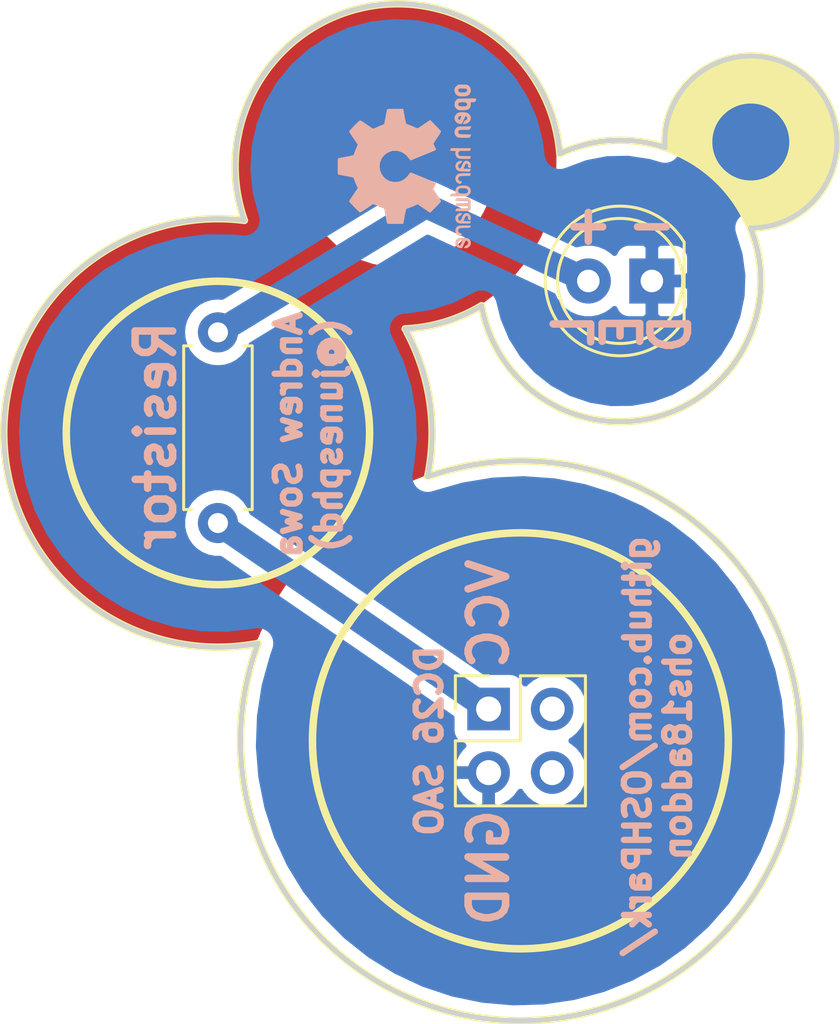
<source format=kicad_pcb>
(kicad_pcb (version 20171130) (host pcbnew 5.0.0-fee4fd1~65~ubuntu17.10.1)

  (general
    (thickness 1.6)
    (drawings 46)
    (tracks 3)
    (zones 0)
    (modules 5)
    (nets 6)
  )

  (page A4)
  (layers
    (0 F.Cu signal hide)
    (31 B.Cu signal hide)
    (32 B.Adhes user)
    (33 F.Adhes user)
    (34 B.Paste user)
    (35 F.Paste user)
    (36 B.SilkS user)
    (37 F.SilkS user)
    (38 B.Mask user)
    (39 F.Mask user hide)
    (40 Dwgs.User user hide)
    (41 Cmts.User user)
    (42 Eco1.User user)
    (43 Eco2.User user)
    (44 Edge.Cuts user)
    (45 Margin user)
    (46 B.CrtYd user)
    (47 F.CrtYd user hide)
    (48 B.Fab user)
    (49 F.Fab user hide)
  )

  (setup
    (last_trace_width 1)
    (trace_clearance 0.2)
    (zone_clearance 0.508)
    (zone_45_only yes)
    (trace_min 0.2)
    (segment_width 0.15)
    (edge_width 0.15)
    (via_size 0.8)
    (via_drill 0.4)
    (via_min_size 0.4)
    (via_min_drill 0.3)
    (uvia_size 0.3)
    (uvia_drill 0.1)
    (uvias_allowed no)
    (uvia_min_size 0.2)
    (uvia_min_drill 0.1)
    (pcb_text_width 0.3)
    (pcb_text_size 1.5 1.5)
    (mod_edge_width 0.15)
    (mod_text_size 1 1)
    (mod_text_width 0.15)
    (pad_size 3 3)
    (pad_drill 3)
    (pad_to_mask_clearance 0.2)
    (aux_axis_origin 0 0)
    (visible_elements 7FFFFF7F)
    (pcbplotparams
      (layerselection 0x010fc_ffffffff)
      (usegerberextensions false)
      (usegerberattributes false)
      (usegerberadvancedattributes false)
      (creategerberjobfile false)
      (excludeedgelayer true)
      (linewidth 0.100000)
      (plotframeref false)
      (viasonmask false)
      (mode 1)
      (useauxorigin false)
      (hpglpennumber 1)
      (hpglpenspeed 20)
      (hpglpendiameter 15.000000)
      (psnegative false)
      (psa4output false)
      (plotreference true)
      (plotvalue true)
      (plotinvisibletext false)
      (padsonsilk false)
      (subtractmaskfromsilk false)
      (outputformat 1)
      (mirror false)
      (drillshape 0)
      (scaleselection 1)
      (outputdirectory "Gerber/"))
  )

  (net 0 "")
  (net 1 "Net-(D1-Pad1)")
  (net 2 "Net-(D1-Pad2)")
  (net 3 "Net-(J1-Pad1)")
  (net 4 "Net-(J1-Pad4)")
  (net 5 "Net-(J1-Pad2)")

  (net_class Default "This is the default net class."
    (clearance 0.2)
    (trace_width 1)
    (via_dia 0.8)
    (via_drill 0.4)
    (uvia_dia 0.3)
    (uvia_drill 0.1)
    (add_net "Net-(D1-Pad1)")
    (add_net "Net-(D1-Pad2)")
    (add_net "Net-(J1-Pad1)")
    (add_net "Net-(J1-Pad2)")
    (add_net "Net-(J1-Pad4)")
  )

  (module Connector_PinHeader_2.54mm:PinHeader_2x02_P2.54mm_Vertical (layer F.Cu) (tedit 5B88D7F3) (tstamp 5B9517B4)
    (at 18.73 27.73)
    (descr "Through hole straight pin header, 2x02, 2.54mm pitch, double rows")
    (tags "Through hole pin header THT 2x02 2.54mm double row")
    (path /5B88BB8C)
    (fp_text reference J1 (at 1.27 -2.33) (layer F.SilkS) hide
      (effects (font (size 1 1) (thickness 0.15)))
    )
    (fp_text value Conn_02x02_Counter_Clockwise (at 1.27 4.87) (layer F.Fab)
      (effects (font (size 1 1) (thickness 0.15)))
    )
    (fp_line (start 0 -1.27) (end 3.81 -1.27) (layer F.Fab) (width 0.1))
    (fp_line (start 3.81 -1.27) (end 3.81 3.81) (layer F.Fab) (width 0.1))
    (fp_line (start 3.81 3.81) (end -1.27 3.81) (layer F.Fab) (width 0.1))
    (fp_line (start -1.27 3.81) (end -1.27 0) (layer F.Fab) (width 0.1))
    (fp_line (start -1.27 0) (end 0 -1.27) (layer F.Fab) (width 0.1))
    (fp_line (start -1.33 3.87) (end 3.87 3.87) (layer F.SilkS) (width 0.12))
    (fp_line (start -1.33 1.27) (end -1.33 3.87) (layer F.SilkS) (width 0.12))
    (fp_line (start 3.87 -1.33) (end 3.87 3.87) (layer F.SilkS) (width 0.12))
    (fp_line (start -1.33 1.27) (end 1.27 1.27) (layer F.SilkS) (width 0.12))
    (fp_line (start 1.27 1.27) (end 1.27 -1.33) (layer F.SilkS) (width 0.12))
    (fp_line (start 1.27 -1.33) (end 3.87 -1.33) (layer F.SilkS) (width 0.12))
    (fp_line (start -1.33 0) (end -1.33 -1.33) (layer F.SilkS) (width 0.12))
    (fp_line (start -1.33 -1.33) (end 0 -1.33) (layer F.SilkS) (width 0.12))
    (fp_line (start -1.8 -1.8) (end -1.8 4.35) (layer F.CrtYd) (width 0.05))
    (fp_line (start -1.8 4.35) (end 4.35 4.35) (layer F.CrtYd) (width 0.05))
    (fp_line (start 4.35 4.35) (end 4.35 -1.8) (layer F.CrtYd) (width 0.05))
    (fp_line (start 4.35 -1.8) (end -1.8 -1.8) (layer F.CrtYd) (width 0.05))
    (fp_text user %R (at 1.27 1.27 90) (layer F.Fab)
      (effects (font (size 1 1) (thickness 0.15)))
    )
    (pad 1 thru_hole rect (at 0 0) (size 1.7 1.7) (drill 1) (layers *.Cu *.Mask)
      (net 3 "Net-(J1-Pad1)"))
    (pad 2 thru_hole oval (at 2.54 0) (size 1.7 1.7) (drill 1) (layers *.Cu *.Mask)
      (net 5 "Net-(J1-Pad2)"))
    (pad 3 thru_hole oval (at 0 2.54) (size 1.7 1.7) (drill 1) (layers *.Cu *.Mask)
      (net 1 "Net-(D1-Pad1)"))
    (pad 4 thru_hole oval (at 2.54 2.54) (size 1.7 1.7) (drill 1) (layers *.Cu *.Mask)
      (net 4 "Net-(J1-Pad4)"))
    (model ${KISYS3DMOD}/Connector_PinHeader_2.54mm.3dshapes/PinHeader_2x02_P2.54mm_Vertical.wrl
      (at (xyz 0 0 0))
      (scale (xyz 1 1 1))
      (rotate (xyz 0 0 0))
    )
  )

  (module LED_THT:LED_D5.0mm_Clear (layer F.Cu) (tedit 5B88CB70) (tstamp 5B9505DF)
    (at 25.255115 10.622036 180)
    (descr "LED, diameter 5.0mm, 2 pins, http://cdn-reichelt.de/documents/datenblatt/A500/LL-504BC2E-009.pdf")
    (tags "LED diameter 5.0mm 2 pins")
    (path /5B88BC73)
    (fp_text reference D1 (at 1.27 -3.96 180) (layer F.SilkS) hide
      (effects (font (size 1 1) (thickness 0.15)))
    )
    (fp_text value LED (at 1.27 3.96 180) (layer F.Fab)
      (effects (font (size 1 1) (thickness 0.15)))
    )
    (fp_text user %R (at 1.25 0 180) (layer F.Fab)
      (effects (font (size 0.8 0.8) (thickness 0.2)))
    )
    (fp_line (start -1.23 -1.469694) (end -1.23 1.469694) (layer F.Fab) (width 0.1))
    (fp_line (start -1.29 -1.545) (end -1.29 1.545) (layer F.SilkS) (width 0.12))
    (fp_line (start -1.95 -3.25) (end -1.95 3.25) (layer F.CrtYd) (width 0.05))
    (fp_line (start -1.95 3.25) (end 4.5 3.25) (layer F.CrtYd) (width 0.05))
    (fp_line (start 4.5 3.25) (end 4.5 -3.25) (layer F.CrtYd) (width 0.05))
    (fp_line (start 4.5 -3.25) (end -1.95 -3.25) (layer F.CrtYd) (width 0.05))
    (fp_circle (center 1.27 0) (end 3.77 0) (layer F.Fab) (width 0.1))
    (fp_circle (center 1.27 0) (end 3.77 0) (layer F.SilkS) (width 0.12))
    (fp_arc (start 1.27 0) (end -1.23 -1.469694) (angle 299.1) (layer F.Fab) (width 0.1))
    (fp_arc (start 1.27 0) (end -1.29 -1.54483) (angle 148.9) (layer F.SilkS) (width 0.12))
    (fp_arc (start 1.27 0) (end -1.29 1.54483) (angle -148.9) (layer F.SilkS) (width 0.12))
    (pad 1 thru_hole rect (at 0 0 180) (size 1.8 1.8) (drill 0.9) (layers *.Cu *.Mask)
      (net 1 "Net-(D1-Pad1)"))
    (pad 2 thru_hole circle (at 2.54 0 180) (size 1.8 1.8) (drill 0.9) (layers *.Cu *.Mask)
      (net 2 "Net-(D1-Pad2)"))
    (model ${KISYS3DMOD}/LED_THT.3dshapes/LED_D5.0mm_Clear.wrl
      (at (xyz 0 0 0))
      (scale (xyz 1 1 1))
      (rotate (xyz 0 0 0))
    )
  )

  (module Resistor_THT:R_Axial_DIN0207_L6.3mm_D2.5mm_P7.62mm_Horizontal (layer F.Cu) (tedit 5B88CBE3) (tstamp 5B950FAF)
    (at 7.909315 20.29643 90)
    (descr "Resistor, Axial_DIN0207 series, Axial, Horizontal, pin pitch=7.62mm, 0.25W = 1/4W, length*diameter=6.3*2.5mm^2, http://cdn-reichelt.de/documents/datenblatt/B400/1_4W%23YAG.pdf")
    (tags "Resistor Axial_DIN0207 series Axial Horizontal pin pitch 7.62mm 0.25W = 1/4W length 6.3mm diameter 2.5mm")
    (path /5B88BD73)
    (fp_text reference R1 (at 3.81 -2.37 90) (layer F.SilkS) hide
      (effects (font (size 1 1) (thickness 0.15)))
    )
    (fp_text value R (at 3.81 2.37 90) (layer F.Fab)
      (effects (font (size 1 1) (thickness 0.15)))
    )
    (fp_line (start 0.66 -1.25) (end 0.66 1.25) (layer F.Fab) (width 0.1))
    (fp_line (start 0.66 1.25) (end 6.96 1.25) (layer F.Fab) (width 0.1))
    (fp_line (start 6.96 1.25) (end 6.96 -1.25) (layer F.Fab) (width 0.1))
    (fp_line (start 6.96 -1.25) (end 0.66 -1.25) (layer F.Fab) (width 0.1))
    (fp_line (start 0 0) (end 0.66 0) (layer F.Fab) (width 0.1))
    (fp_line (start 7.62 0) (end 6.96 0) (layer F.Fab) (width 0.1))
    (fp_line (start 0.54 -1.04) (end 0.54 -1.37) (layer F.SilkS) (width 0.12))
    (fp_line (start 0.54 -1.37) (end 7.08 -1.37) (layer F.SilkS) (width 0.12))
    (fp_line (start 7.08 -1.37) (end 7.08 -1.04) (layer F.SilkS) (width 0.12))
    (fp_line (start 0.54 1.04) (end 0.54 1.37) (layer F.SilkS) (width 0.12))
    (fp_line (start 0.54 1.37) (end 7.08 1.37) (layer F.SilkS) (width 0.12))
    (fp_line (start 7.08 1.37) (end 7.08 1.04) (layer F.SilkS) (width 0.12))
    (fp_line (start -1.05 -1.5) (end -1.05 1.5) (layer F.CrtYd) (width 0.05))
    (fp_line (start -1.05 1.5) (end 8.67 1.5) (layer F.CrtYd) (width 0.05))
    (fp_line (start 8.67 1.5) (end 8.67 -1.5) (layer F.CrtYd) (width 0.05))
    (fp_line (start 8.67 -1.5) (end -1.05 -1.5) (layer F.CrtYd) (width 0.05))
    (fp_text user %R (at 3.81 0 90) (layer F.Fab)
      (effects (font (size 1 1) (thickness 0.15)))
    )
    (pad 1 thru_hole circle (at 0 0 90) (size 1.6 1.6) (drill 0.8) (layers *.Cu *.Mask)
      (net 3 "Net-(J1-Pad1)"))
    (pad 2 thru_hole oval (at 7.62 0 90) (size 1.6 1.6) (drill 0.8) (layers *.Cu *.Mask)
      (net 2 "Net-(D1-Pad2)"))
    (model ${KISYS3DMOD}/Resistor_THT.3dshapes/R_Axial_DIN0207_L6.3mm_D2.5mm_P7.62mm_Horizontal.wrl
      (at (xyz 0 0 0))
      (scale (xyz 1 1 1))
      (rotate (xyz 0 0 0))
    )
  )

  (module Connector_Pin:ART_OSHWA_CIRCLES (layer F.Cu) (tedit 0) (tstamp 5BA111FE)
    (at 15.98 19.77)
    (fp_text reference G*** (at 0 0) (layer F.SilkS) hide
      (effects (font (size 1.524 1.524) (thickness 0.3)))
    )
    (fp_text value ART_OSHWA_CIRCLES (at 0.75 0) (layer F.SilkS) hide
      (effects (font (size 1.524 1.524) (thickness 0.3)))
    )
    (fp_poly (pts (xy 13.887129 -18.122675) (xy 14.012333 -18.095658) (xy 14.278091 -18.012672) (xy 14.576088 -17.886275)
      (xy 14.877018 -17.731198) (xy 15.15157 -17.562171) (xy 15.31605 -17.440439) (xy 15.658234 -17.113646)
      (xy 15.964755 -16.728078) (xy 16.223411 -16.303408) (xy 16.422001 -15.859308) (xy 16.536333 -15.472834)
      (xy 16.586759 -15.148818) (xy 16.609238 -14.782629) (xy 16.603763 -14.408144) (xy 16.570329 -14.059239)
      (xy 16.536598 -13.875175) (xy 16.377602 -13.355432) (xy 16.149116 -12.876259) (xy 15.856787 -12.443561)
      (xy 15.506261 -12.063244) (xy 15.103184 -11.741213) (xy 14.653203 -11.483373) (xy 14.161965 -11.29563)
      (xy 14.037311 -11.26134) (xy 13.843187 -11.219338) (xy 13.64647 -11.188872) (xy 13.48741 -11.176077)
      (xy 13.477571 -11.176) (xy 13.252686 -11.176) (xy 13.157527 -11.39825) (xy 12.874196 -11.965893)
      (xy 12.526091 -12.504749) (xy 12.12228 -13.005824) (xy 11.671829 -13.460124) (xy 11.183806 -13.858656)
      (xy 10.667277 -14.192425) (xy 10.13131 -14.452438) (xy 10.043974 -14.48674) (xy 9.694333 -14.619552)
      (xy 9.694333 -14.650659) (xy 11.497358 -14.650659) (xy 11.52501 -14.310208) (xy 11.61507 -13.983116)
      (xy 11.765526 -13.679677) (xy 11.974367 -13.410187) (xy 12.239581 -13.184941) (xy 12.559156 -13.014233)
      (xy 12.628026 -12.988038) (xy 12.885913 -12.929982) (xy 13.180866 -12.917569) (xy 13.47974 -12.949124)
      (xy 13.749392 -13.02297) (xy 13.808081 -13.047717) (xy 14.121317 -13.235564) (xy 14.381112 -13.479963)
      (xy 14.583979 -13.769111) (xy 14.726435 -14.091203) (xy 14.804994 -14.434434) (xy 14.816171 -14.786999)
      (xy 14.75648 -15.137094) (xy 14.622437 -15.472914) (xy 14.55719 -15.585085) (xy 14.370484 -15.826175)
      (xy 14.136157 -16.049363) (xy 13.883063 -16.228886) (xy 13.767564 -16.290046) (xy 13.630997 -16.347442)
      (xy 13.504988 -16.381538) (xy 13.358584 -16.397902) (xy 13.160831 -16.402099) (xy 13.1445 -16.402081)
      (xy 12.944369 -16.397951) (xy 12.798195 -16.382653) (xy 12.67544 -16.350417) (xy 12.545564 -16.295474)
      (xy 12.523037 -16.284653) (xy 12.366188 -16.191993) (xy 12.19274 -16.064595) (xy 12.05108 -15.940154)
      (xy 11.808976 -15.649217) (xy 11.63733 -15.330458) (xy 11.534128 -14.994174) (xy 11.497358 -14.650659)
      (xy 9.694333 -14.650659) (xy 9.694333 -14.841386) (xy 9.726908 -15.229078) (xy 9.820154 -15.645326)
      (xy 9.967355 -16.06743) (xy 10.161793 -16.472688) (xy 10.193712 -16.529056) (xy 10.307934 -16.694582)
      (xy 10.472987 -16.892609) (xy 10.671353 -17.105669) (xy 10.885512 -17.316295) (xy 11.097946 -17.50702)
      (xy 11.291137 -17.660375) (xy 11.40261 -17.73442) (xy 11.848421 -17.949493) (xy 12.334319 -18.097868)
      (xy 12.845763 -18.177531) (xy 13.368213 -18.186471) (xy 13.887129 -18.122675)) (layer F.SilkS) (width 0.01))
    (fp_poly (pts (xy -0.697929 -20.26809) (xy -0.350691 -20.255278) (xy -0.029231 -20.233479) (xy 0.245718 -20.203125)
      (xy 0.422524 -20.172019) (xy 1.118503 -19.973534) (xy 1.782369 -19.70099) (xy 2.408703 -19.35944)
      (xy 2.992086 -18.953939) (xy 3.5271 -18.489544) (xy 4.008327 -17.971309) (xy 4.430347 -17.40429)
      (xy 4.787743 -16.793541) (xy 5.075096 -16.144118) (xy 5.225356 -15.691211) (xy 5.31092 -15.375233)
      (xy 5.374379 -15.087404) (xy 5.417994 -14.806882) (xy 5.444026 -14.512824) (xy 5.454735 -14.184386)
      (xy 5.452382 -13.800727) (xy 5.448476 -13.634031) (xy 5.421997 -13.084366) (xy 5.371378 -12.598113)
      (xy 5.292263 -12.156361) (xy 5.180296 -11.7402) (xy 5.031121 -11.330719) (xy 4.840382 -10.909009)
      (xy 4.803808 -10.835336) (xy 4.523599 -10.342305) (xy 4.183998 -9.852442) (xy 3.801201 -9.385266)
      (xy 3.391405 -8.960298) (xy 2.970807 -8.597059) (xy 2.90523 -8.547194) (xy 2.74646 -8.428218)
      (xy 2.602264 -8.319182) (xy 2.493445 -8.235865) (xy 2.455333 -8.206017) (xy 2.332136 -8.12369)
      (xy 2.149587 -8.021909) (xy 1.927803 -7.910424) (xy 1.686903 -7.798984) (xy 1.447005 -7.697339)
      (xy 1.256809 -7.625183) (xy 0.892864 -7.513542) (xy 0.483007 -7.41576) (xy 0.065809 -7.34015)
      (xy -0.245445 -7.301388) (xy -0.392251 -7.284028) (xy -0.496934 -7.264793) (xy -0.539899 -7.247431)
      (xy -0.53974 -7.245084) (xy -0.192908 -6.514564) (xy 0.085422 -5.745886) (xy 0.293425 -4.950129)
      (xy 0.429279 -4.138373) (xy 0.491159 -3.321695) (xy 0.477243 -2.511176) (xy 0.385705 -1.717893)
      (xy 0.377745 -1.671317) (xy 0.332451 -1.411222) (xy -0.140691 -1.230147) (xy -0.68841 -0.998798)
      (xy -1.255676 -0.719445) (xy -1.81896 -0.405509) (xy -2.354733 -0.07041) (xy -2.839466 0.272431)
      (xy -3.013168 0.408222) (xy -3.151496 0.518344) (xy -3.261474 0.602936) (xy -3.329309 0.651566)
      (xy -3.344334 0.658668) (xy -3.321941 0.618759) (xy -3.261781 0.525429) (xy -3.174387 0.394799)
      (xy -3.116741 0.310291) (xy -2.79289 -0.223069) (xy -2.534544 -0.788101) (xy -2.336092 -1.398436)
      (xy -2.235664 -1.830373) (xy -2.181644 -2.185626) (xy -2.147996 -2.593033) (xy -2.134689 -3.027554)
      (xy -2.141689 -3.464148) (xy -2.168964 -3.877772) (xy -2.216482 -4.243387) (xy -2.238942 -4.360334)
      (xy -2.424197 -5.045863) (xy -2.678689 -5.685056) (xy -3.00505 -6.282573) (xy -3.405913 -6.843078)
      (xy -3.883911 -7.371232) (xy -4.005833 -7.489374) (xy -4.551284 -7.955107) (xy -5.119561 -8.340094)
      (xy -5.71445 -8.645834) (xy -6.339737 -8.873827) (xy -6.999206 -9.02557) (xy -7.696644 -9.102565)
      (xy -8.106834 -9.113589) (xy -8.823917 -9.078184) (xy -9.49571 -8.972484) (xy -10.12655 -8.794794)
      (xy -10.720773 -8.543415) (xy -11.282718 -8.21665) (xy -11.81672 -7.812803) (xy -12.11104 -7.546721)
      (xy -12.601905 -7.028095) (xy -13.012828 -6.490076) (xy -13.34732 -5.927553) (xy -13.582854 -5.404033)
      (xy -13.794471 -4.748397) (xy -13.932942 -4.071159) (xy -13.998662 -3.382783) (xy -13.992024 -2.693733)
      (xy -13.913425 -2.014473) (xy -13.763259 -1.355466) (xy -13.541921 -0.727178) (xy -13.394249 -0.406951)
      (xy -13.2105 -0.066689) (xy -13.013857 0.242562) (xy -12.789463 0.540712) (xy -12.522462 0.847668)
      (xy -12.235548 1.145812) (xy -11.811172 1.544629) (xy -11.399209 1.874614) (xy -10.98445 2.146971)
      (xy -10.600301 2.350135) (xy -9.977221 2.599808) (xy -9.320523 2.775947) (xy -8.64017 2.877605)
      (xy -7.946127 2.903838) (xy -7.248359 2.853698) (xy -6.580278 2.731887) (xy -6.014592 2.568227)
      (xy -5.488887 2.353474) (xy -4.977768 2.076264) (xy -4.669786 1.876772) (xy -4.532626 1.783484)
      (xy -4.456902 1.735615) (xy -4.434264 1.730647) (xy -4.456362 1.766059) (xy -4.504867 1.826998)
      (xy -5.096805 2.607475) (xy -5.60677 3.384789) (xy -6.037159 4.162882) (xy -6.37103 4.897839)
      (xy -6.433811 5.053551) (xy -6.485011 5.16508) (xy -6.539631 5.241168) (xy -6.612671 5.290558)
      (xy -6.719132 5.321993) (xy -6.874014 5.344216) (xy -7.092317 5.365968) (xy -7.190569 5.375491)
      (xy -7.413299 5.392165) (xy -7.678365 5.403882) (xy -7.962096 5.410402) (xy -8.240823 5.411486)
      (xy -8.490877 5.406894) (xy -8.688587 5.396387) (xy -8.741834 5.391175) (xy -8.840226 5.379724)
      (xy -8.995753 5.361643) (xy -9.181451 5.340068) (xy -9.266634 5.330175) (xy -10.017536 5.201983)
      (xy -10.766687 4.994607) (xy -11.503985 4.713114) (xy -12.219325 4.362576) (xy -12.902605 3.948059)
      (xy -13.543723 3.474634) (xy -14.132576 2.94737) (xy -14.248234 2.830706) (xy -14.80635 2.196432)
      (xy -15.2923 1.519569) (xy -15.704675 0.804022) (xy -16.042067 0.053698) (xy -16.303067 -0.727499)
      (xy -16.486268 -1.535662) (xy -16.59026 -2.366887) (xy -16.613636 -3.217267) (xy -16.59304 -3.671805)
      (xy -16.493339 -4.521127) (xy -16.317595 -5.3416) (xy -16.06915 -6.129341) (xy -15.751345 -6.880468)
      (xy -15.367523 -7.591099) (xy -14.921025 -8.257352) (xy -14.415193 -8.875345) (xy -13.85337 -9.441196)
      (xy -13.238897 -9.951023) (xy -12.575116 -10.400942) (xy -11.86537 -10.787074) (xy -11.112999 -11.105534)
      (xy -10.321347 -11.352441) (xy -9.896215 -11.451073) (xy -9.359009 -11.542036) (xy -8.7942 -11.602702)
      (xy -8.233068 -11.630877) (xy -7.706893 -11.62437) (xy -7.5565 -11.615024) (xy -7.350538 -11.600176)
      (xy -7.177473 -11.589104) (xy -7.05348 -11.58274) (xy -6.994732 -11.582014) (xy -6.992311 -11.582569)
      (xy -6.99647 -11.624506) (xy -7.019743 -11.727903) (xy -7.057528 -11.872939) (xy -7.070967 -11.921465)
      (xy -7.227462 -12.627154) (xy -7.306936 -13.345022) (xy -7.307921 -13.531157) (xy -4.770738 -13.531157)
      (xy -4.71238 -12.974603) (xy -4.581554 -12.431022) (xy -4.378035 -11.910208) (xy -4.101597 -11.421957)
      (xy -4.092795 -11.408834) (xy -3.738105 -10.954222) (xy -3.33402 -10.565825) (xy -2.886426 -10.246356)
      (xy -2.40121 -9.998526) (xy -1.884258 -9.825046) (xy -1.341458 -9.728627) (xy -0.778695 -9.711982)
      (xy -0.464557 -9.737601) (xy 0.083056 -9.845339) (xy 0.604367 -10.030532) (xy 1.092497 -10.288225)
      (xy 1.540565 -10.613465) (xy 1.941691 -11.001296) (xy 2.288993 -11.446765) (xy 2.561764 -11.916721)
      (xy 2.689689 -12.189149) (xy 2.785792 -12.433363) (xy 2.854274 -12.669738) (xy 2.899335 -12.918647)
      (xy 2.925175 -13.200464) (xy 2.935995 -13.53556) (xy 2.93708 -13.737167) (xy 2.935999 -14.016341)
      (xy 2.932044 -14.229023) (xy 2.923364 -14.393386) (xy 2.908105 -14.527598) (xy 2.884414 -14.64983)
      (xy 2.850438 -14.778252) (xy 2.820766 -14.877558) (xy 2.622236 -15.397755) (xy 2.357243 -15.889063)
      (xy 2.034046 -16.342568) (xy 1.660905 -16.749359) (xy 1.246078 -17.10052) (xy 0.797826 -17.387141)
      (xy 0.324408 -17.600306) (xy 0.284873 -17.614202) (xy -0.248262 -17.754259) (xy -0.791405 -17.813628)
      (xy -1.33454 -17.792701) (xy -1.867649 -17.691875) (xy -2.380714 -17.511542) (xy -2.386325 -17.509066)
      (xy -2.713821 -17.333819) (xy -3.055825 -17.096272) (xy -3.393753 -16.812057) (xy -3.709021 -16.496807)
      (xy -3.983045 -16.166153) (xy -3.983388 -16.165691) (xy -4.283992 -15.691198) (xy -4.513254 -15.180704)
      (xy -4.67095 -14.644002) (xy -4.756853 -14.090888) (xy -4.770738 -13.531157) (xy -7.307921 -13.531157)
      (xy -7.310753 -14.066013) (xy -7.240278 -14.781071) (xy -7.096874 -15.48114) (xy -6.881908 -16.157165)
      (xy -6.596743 -16.800089) (xy -6.246103 -17.395857) (xy -5.789243 -18.006306) (xy -5.284668 -18.548985)
      (xy -4.73508 -19.022125) (xy -4.143182 -19.423956) (xy -3.511679 -19.752709) (xy -2.843272 -20.006615)
      (xy -2.140665 -20.183905) (xy -1.930047 -20.22087) (xy -1.687006 -20.248307) (xy -1.386818 -20.265035)
      (xy -1.050215 -20.271486) (xy -0.697929 -20.26809)) (layer F.Cu) (width 0.01))
    (fp_poly (pts (xy 13.887129 -18.122675) (xy 14.012333 -18.095658) (xy 14.278091 -18.012672) (xy 14.576088 -17.886275)
      (xy 14.877018 -17.731198) (xy 15.15157 -17.562171) (xy 15.31605 -17.440439) (xy 15.658234 -17.113646)
      (xy 15.964755 -16.728078) (xy 16.223411 -16.303408) (xy 16.422001 -15.859308) (xy 16.536333 -15.472834)
      (xy 16.586759 -15.148818) (xy 16.609238 -14.782629) (xy 16.603763 -14.408144) (xy 16.570329 -14.059239)
      (xy 16.536598 -13.875175) (xy 16.377602 -13.355432) (xy 16.149116 -12.876259) (xy 15.856787 -12.443561)
      (xy 15.506261 -12.063244) (xy 15.103184 -11.741213) (xy 14.653203 -11.483373) (xy 14.161965 -11.29563)
      (xy 14.037311 -11.26134) (xy 13.843187 -11.219338) (xy 13.64647 -11.188872) (xy 13.48741 -11.176077)
      (xy 13.477571 -11.176) (xy 13.252686 -11.176) (xy 13.157527 -11.39825) (xy 12.874196 -11.965893)
      (xy 12.526091 -12.504749) (xy 12.12228 -13.005824) (xy 11.671829 -13.460124) (xy 11.183806 -13.858656)
      (xy 10.667277 -14.192425) (xy 10.13131 -14.452438) (xy 10.043974 -14.48674) (xy 9.694333 -14.619552)
      (xy 9.694333 -14.650659) (xy 11.497358 -14.650659) (xy 11.52501 -14.310208) (xy 11.61507 -13.983116)
      (xy 11.765526 -13.679677) (xy 11.974367 -13.410187) (xy 12.239581 -13.184941) (xy 12.559156 -13.014233)
      (xy 12.628026 -12.988038) (xy 12.885913 -12.929982) (xy 13.180866 -12.917569) (xy 13.47974 -12.949124)
      (xy 13.749392 -13.02297) (xy 13.808081 -13.047717) (xy 14.121317 -13.235564) (xy 14.381112 -13.479963)
      (xy 14.583979 -13.769111) (xy 14.726435 -14.091203) (xy 14.804994 -14.434434) (xy 14.816171 -14.786999)
      (xy 14.75648 -15.137094) (xy 14.622437 -15.472914) (xy 14.55719 -15.585085) (xy 14.370484 -15.826175)
      (xy 14.136157 -16.049363) (xy 13.883063 -16.228886) (xy 13.767564 -16.290046) (xy 13.630997 -16.347442)
      (xy 13.504988 -16.381538) (xy 13.358584 -16.397902) (xy 13.160831 -16.402099) (xy 13.1445 -16.402081)
      (xy 12.944369 -16.397951) (xy 12.798195 -16.382653) (xy 12.67544 -16.350417) (xy 12.545564 -16.295474)
      (xy 12.523037 -16.284653) (xy 12.366188 -16.191993) (xy 12.19274 -16.064595) (xy 12.05108 -15.940154)
      (xy 11.808976 -15.649217) (xy 11.63733 -15.330458) (xy 11.534128 -14.994174) (xy 11.497358 -14.650659)
      (xy 9.694333 -14.650659) (xy 9.694333 -14.841386) (xy 9.726908 -15.229078) (xy 9.820154 -15.645326)
      (xy 9.967355 -16.06743) (xy 10.161793 -16.472688) (xy 10.193712 -16.529056) (xy 10.307934 -16.694582)
      (xy 10.472987 -16.892609) (xy 10.671353 -17.105669) (xy 10.885512 -17.316295) (xy 11.097946 -17.50702)
      (xy 11.291137 -17.660375) (xy 11.40261 -17.73442) (xy 11.848421 -17.949493) (xy 12.334319 -18.097868)
      (xy 12.845763 -18.177531) (xy 13.368213 -18.186471) (xy 13.887129 -18.122675)) (layer F.Cu) (width 0.01))
    (fp_poly (pts (xy -0.671205 -20.273567) (xy -0.325188 -20.260966) (xy -0.020897 -20.2375) (xy 0.149429 -20.215326)
      (xy 0.851967 -20.059339) (xy 1.524192 -19.825353) (xy 2.162595 -19.515683) (xy 2.763667 -19.13264)
      (xy 3.323901 -18.678538) (xy 3.839788 -18.155691) (xy 4.30782 -17.56641) (xy 4.425769 -17.395857)
      (xy 4.759055 -16.834172) (xy 5.036119 -16.231568) (xy 5.250285 -15.606444) (xy 5.394875 -14.977198)
      (xy 5.447964 -14.57923) (xy 5.472126 -14.320627) (xy 5.827635 -14.465566) (xy 6.404468 -14.66092)
      (xy 7.018334 -14.795828) (xy 7.650275 -14.868705) (xy 8.281332 -14.877963) (xy 8.892546 -14.822016)
      (xy 9.258269 -14.752719) (xy 9.466315 -14.694117) (xy 9.722043 -14.606652) (xy 9.998282 -14.501025)
      (xy 10.267861 -14.387938) (xy 10.503609 -14.278094) (xy 10.62262 -14.215324) (xy 11.199081 -13.843326)
      (xy 11.725612 -13.409777) (xy 12.197301 -12.921754) (xy 12.609237 -12.386334) (xy 12.956508 -11.810593)
      (xy 13.234203 -11.201606) (xy 13.437409 -10.56645) (xy 13.549784 -9.99809) (xy 13.570702 -9.774605)
      (xy 13.580996 -9.492992) (xy 13.581378 -9.175517) (xy 13.57256 -8.844446) (xy 13.555253 -8.522046)
      (xy 13.53017 -8.230583) (xy 13.498022 -7.992323) (xy 13.483219 -7.916334) (xy 13.301448 -7.262357)
      (xy 13.053319 -6.65546) (xy 12.734317 -6.087258) (xy 12.339921 -5.549366) (xy 12.006813 -5.176223)
      (xy 11.532071 -4.725497) (xy 11.046317 -4.35274) (xy 10.538023 -4.051252) (xy 9.995664 -3.814338)
      (xy 9.407713 -3.6353) (xy 9.3174 -3.613609) (xy 9.043862 -3.563852) (xy 8.711769 -3.52503)
      (xy 8.346664 -3.498295) (xy 7.974093 -3.484803) (xy 7.619599 -3.485706) (xy 7.308727 -3.502158)
      (xy 7.1755 -3.516868) (xy 6.814944 -3.582673) (xy 6.422742 -3.681532) (xy 6.039307 -3.802162)
      (xy 5.741832 -3.917106) (xy 5.175675 -4.205979) (xy 4.642665 -4.565165) (xy 4.14992 -4.986048)
      (xy 3.70456 -5.460013) (xy 3.313702 -5.978446) (xy 2.984467 -6.53273) (xy 2.723972 -7.114251)
      (xy 2.539337 -7.714394) (xy 2.515049 -7.822133) (xy 2.478692 -7.979167) (xy 2.445859 -8.096759)
      (xy 2.421897 -8.156622) (xy 2.416148 -8.160392) (xy 2.370436 -8.137095) (xy 2.266647 -8.083917)
      (xy 2.122001 -8.009688) (xy 2.010833 -7.952588) (xy 1.379827 -7.674231) (xy 0.71174 -7.466012)
      (xy 0.023366 -7.332752) (xy -0.257215 -7.301223) (xy -0.577929 -7.272768) (xy -0.753186 -7.567769)
      (xy -1.128801 -8.131315) (xy -1.575224 -8.682991) (xy -1.955614 -9.0805) (xy 4.734002 -9.0805)
      (xy 4.771686 -8.533445) (xy 4.882627 -8.027595) (xy 5.068718 -7.558596) (xy 5.331853 -7.122091)
      (xy 5.673927 -6.713724) (xy 5.829728 -6.560599) (xy 6.221694 -6.242848) (xy 6.635806 -6.003846)
      (xy 7.078557 -5.841272) (xy 7.556437 -5.752801) (xy 8.075936 -5.736113) (xy 8.128 -5.738191)
      (xy 8.352423 -5.756875) (xy 8.58978 -5.790061) (xy 8.796879 -5.83141) (xy 8.840412 -5.842709)
      (xy 9.31803 -6.018096) (xy 9.758893 -6.26532) (xy 10.156315 -6.577069) (xy 10.503606 -6.946032)
      (xy 10.794081 -7.364898) (xy 11.02105 -7.826356) (xy 11.177826 -8.323093) (xy 11.199267 -8.421552)
      (xy 11.236317 -8.692493) (xy 11.251956 -9.010865) (xy 11.246986 -9.347175) (xy 11.222206 -9.671928)
      (xy 11.178419 -9.955633) (xy 11.154906 -10.054167) (xy 10.989008 -10.512818) (xy 10.751797 -10.952338)
      (xy 10.453611 -11.361479) (xy 10.104792 -11.728995) (xy 9.715676 -12.043637) (xy 9.296604 -12.294157)
      (xy 8.967678 -12.433615) (xy 8.68959 -12.505967) (xy 8.359872 -12.55241) (xy 8.007943 -12.571522)
      (xy 7.663224 -12.56188) (xy 7.355132 -12.522061) (xy 7.314617 -12.513558) (xy 6.865516 -12.371604)
      (xy 6.432834 -12.152702) (xy 6.026813 -11.864345) (xy 5.657695 -11.514027) (xy 5.335721 -11.10924)
      (xy 5.279066 -11.024235) (xy 5.049446 -10.619635) (xy 4.886359 -10.211766) (xy 4.784387 -9.7813)
      (xy 4.73811 -9.308911) (xy 4.734002 -9.0805) (xy -1.955614 -9.0805) (xy -2.078619 -9.20904)
      (xy -2.625146 -9.695706) (xy -3.20097 -10.129233) (xy -3.568063 -10.366168) (xy -4.226321 -10.725848)
      (xy -4.912821 -11.0247) (xy -5.639987 -11.267182) (xy -6.420245 -11.457749) (xy -6.820444 -11.532629)
      (xy -6.973387 -11.558658) (xy -7.082058 -11.970579) (xy -7.234811 -12.703857) (xy -7.308929 -13.439989)
      (xy -7.308505 -13.531157) (xy -4.770738 -13.531157) (xy -4.71238 -12.974603) (xy -4.581554 -12.431022)
      (xy -4.378035 -11.910208) (xy -4.101597 -11.421957) (xy -4.092795 -11.408834) (xy -3.738105 -10.954222)
      (xy -3.33402 -10.565825) (xy -2.886426 -10.246356) (xy -2.40121 -9.998526) (xy -1.884258 -9.825046)
      (xy -1.341458 -9.728627) (xy -0.778695 -9.711982) (xy -0.464557 -9.737601) (xy 0.083056 -9.845339)
      (xy 0.604367 -10.030532) (xy 1.092497 -10.288225) (xy 1.540565 -10.613465) (xy 1.941691 -11.001296)
      (xy 2.288993 -11.446765) (xy 2.561764 -11.916721) (xy 2.689689 -12.189149) (xy 2.785792 -12.433363)
      (xy 2.854274 -12.669738) (xy 2.899335 -12.918647) (xy 2.925175 -13.200464) (xy 2.935995 -13.53556)
      (xy 2.93708 -13.737167) (xy 2.935999 -14.016341) (xy 2.932044 -14.229023) (xy 2.923364 -14.393386)
      (xy 2.908105 -14.527598) (xy 2.884414 -14.64983) (xy 2.850438 -14.778252) (xy 2.820766 -14.877558)
      (xy 2.622236 -15.397755) (xy 2.357243 -15.889063) (xy 2.034046 -16.342568) (xy 1.660905 -16.749359)
      (xy 1.246078 -17.10052) (xy 0.797826 -17.387141) (xy 0.324408 -17.600306) (xy 0.284873 -17.614202)
      (xy -0.248262 -17.754259) (xy -0.791405 -17.813628) (xy -1.33454 -17.792701) (xy -1.867649 -17.691875)
      (xy -2.380714 -17.511542) (xy -2.386325 -17.509066) (xy -2.713821 -17.333819) (xy -3.055825 -17.096272)
      (xy -3.393753 -16.812057) (xy -3.709021 -16.496807) (xy -3.983045 -16.166153) (xy -3.983388 -16.165691)
      (xy -4.283992 -15.691198) (xy -4.513254 -15.180704) (xy -4.67095 -14.644002) (xy -4.756853 -14.090888)
      (xy -4.770738 -13.531157) (xy -7.308505 -13.531157) (xy -7.305518 -14.171797) (xy -7.225684 -14.892099)
      (xy -7.070534 -15.593717) (xy -6.841173 -16.26947) (xy -6.538708 -16.912179) (xy -6.246103 -17.395857)
      (xy -5.791214 -18.003382) (xy -5.287784 -18.544756) (xy -4.739199 -19.017749) (xy -4.148841 -19.420129)
      (xy -3.520095 -19.749665) (xy -2.856343 -20.004127) (xy -2.16097 -20.181284) (xy -1.969763 -20.215326)
      (xy -1.708227 -20.246183) (xy -1.387863 -20.266176) (xy -1.03381 -20.275304) (xy -0.671205 -20.273567)) (layer F.Mask) (width 0.01))
  )

  (module Symbol:OSHW-Logo2_7.3x6mm_SilkScreen (layer B.Cu) (tedit 0) (tstamp 5BA11640)
    (at 15.46 6.043297 270)
    (descr "Open Source Hardware Symbol")
    (tags "Logo Symbol OSHW")
    (attr virtual)
    (fp_text reference REF** (at 0 0 270) (layer B.SilkS) hide
      (effects (font (size 1 1) (thickness 0.15)) (justify mirror))
    )
    (fp_text value OSHW-Logo2_7.3x6mm_SilkScreen (at 0.75 0 270) (layer B.Fab) hide
      (effects (font (size 1 1) (thickness 0.15)) (justify mirror))
    )
    (fp_poly (pts (xy 0.10391 2.757652) (xy 0.182454 2.757222) (xy 0.239298 2.756058) (xy 0.278105 2.753793)
      (xy 0.302538 2.75006) (xy 0.316262 2.744494) (xy 0.32294 2.736727) (xy 0.326236 2.726395)
      (xy 0.326556 2.725057) (xy 0.331562 2.700921) (xy 0.340829 2.653299) (xy 0.353392 2.587259)
      (xy 0.368287 2.507872) (xy 0.384551 2.420204) (xy 0.385119 2.417125) (xy 0.40141 2.331211)
      (xy 0.416652 2.255304) (xy 0.429861 2.193955) (xy 0.440054 2.151718) (xy 0.446248 2.133145)
      (xy 0.446543 2.132816) (xy 0.464788 2.123747) (xy 0.502405 2.108633) (xy 0.551271 2.090738)
      (xy 0.551543 2.090642) (xy 0.613093 2.067507) (xy 0.685657 2.038035) (xy 0.754057 2.008403)
      (xy 0.757294 2.006938) (xy 0.868702 1.956374) (xy 1.115399 2.12484) (xy 1.191077 2.176197)
      (xy 1.259631 2.222111) (xy 1.317088 2.25997) (xy 1.359476 2.287163) (xy 1.382825 2.301079)
      (xy 1.385042 2.302111) (xy 1.40201 2.297516) (xy 1.433701 2.275345) (xy 1.481352 2.234553)
      (xy 1.546198 2.174095) (xy 1.612397 2.109773) (xy 1.676214 2.046388) (xy 1.733329 1.988549)
      (xy 1.780305 1.939825) (xy 1.813703 1.90379) (xy 1.830085 1.884016) (xy 1.830694 1.882998)
      (xy 1.832505 1.869428) (xy 1.825683 1.847267) (xy 1.80854 1.813522) (xy 1.779393 1.7652)
      (xy 1.736555 1.699308) (xy 1.679448 1.614483) (xy 1.628766 1.539823) (xy 1.583461 1.47286)
      (xy 1.54615 1.417484) (xy 1.519452 1.37758) (xy 1.505985 1.357038) (xy 1.505137 1.355644)
      (xy 1.506781 1.335962) (xy 1.519245 1.297707) (xy 1.540048 1.248111) (xy 1.547462 1.232272)
      (xy 1.579814 1.16171) (xy 1.614328 1.081647) (xy 1.642365 1.012371) (xy 1.662568 0.960955)
      (xy 1.678615 0.921881) (xy 1.687888 0.901459) (xy 1.689041 0.899886) (xy 1.706096 0.897279)
      (xy 1.746298 0.890137) (xy 1.804302 0.879477) (xy 1.874763 0.866315) (xy 1.952335 0.851667)
      (xy 2.031672 0.836551) (xy 2.107431 0.821982) (xy 2.174264 0.808978) (xy 2.226828 0.798555)
      (xy 2.259776 0.79173) (xy 2.267857 0.789801) (xy 2.276205 0.785038) (xy 2.282506 0.774282)
      (xy 2.287045 0.753902) (xy 2.290104 0.720266) (xy 2.291967 0.669745) (xy 2.292918 0.598708)
      (xy 2.29324 0.503524) (xy 2.293257 0.464508) (xy 2.293257 0.147201) (xy 2.217057 0.132161)
      (xy 2.174663 0.124005) (xy 2.1114 0.112101) (xy 2.034962 0.097884) (xy 1.953043 0.08279)
      (xy 1.9304 0.078645) (xy 1.854806 0.063947) (xy 1.788953 0.049495) (xy 1.738366 0.036625)
      (xy 1.708574 0.026678) (xy 1.703612 0.023713) (xy 1.691426 0.002717) (xy 1.673953 -0.037967)
      (xy 1.654577 -0.090322) (xy 1.650734 -0.1016) (xy 1.625339 -0.171523) (xy 1.593817 -0.250418)
      (xy 1.562969 -0.321266) (xy 1.562817 -0.321595) (xy 1.511447 -0.432733) (xy 1.680399 -0.681253)
      (xy 1.849352 -0.929772) (xy 1.632429 -1.147058) (xy 1.566819 -1.211726) (xy 1.506979 -1.268733)
      (xy 1.456267 -1.315033) (xy 1.418046 -1.347584) (xy 1.395675 -1.363343) (xy 1.392466 -1.364343)
      (xy 1.373626 -1.356469) (xy 1.33518 -1.334578) (xy 1.28133 -1.301267) (xy 1.216276 -1.259131)
      (xy 1.14594 -1.211943) (xy 1.074555 -1.16381) (xy 1.010908 -1.121928) (xy 0.959041 -1.088871)
      (xy 0.922995 -1.067218) (xy 0.906867 -1.059543) (xy 0.887189 -1.066037) (xy 0.849875 -1.08315)
      (xy 0.802621 -1.107326) (xy 0.797612 -1.110013) (xy 0.733977 -1.141927) (xy 0.690341 -1.157579)
      (xy 0.663202 -1.157745) (xy 0.649057 -1.143204) (xy 0.648975 -1.143) (xy 0.641905 -1.125779)
      (xy 0.625042 -1.084899) (xy 0.599695 -1.023525) (xy 0.567171 -0.944819) (xy 0.528778 -0.851947)
      (xy 0.485822 -0.748072) (xy 0.444222 -0.647502) (xy 0.398504 -0.536516) (xy 0.356526 -0.433703)
      (xy 0.319548 -0.342215) (xy 0.288827 -0.265201) (xy 0.265622 -0.205815) (xy 0.25119 -0.167209)
      (xy 0.246743 -0.1528) (xy 0.257896 -0.136272) (xy 0.287069 -0.10993) (xy 0.325971 -0.080887)
      (xy 0.436757 0.010961) (xy 0.523351 0.116241) (xy 0.584716 0.232734) (xy 0.619815 0.358224)
      (xy 0.627608 0.490493) (xy 0.621943 0.551543) (xy 0.591078 0.678205) (xy 0.53792 0.790059)
      (xy 0.465767 0.885999) (xy 0.377917 0.964924) (xy 0.277665 1.02573) (xy 0.16831 1.067313)
      (xy 0.053147 1.088572) (xy -0.064525 1.088401) (xy -0.18141 1.065699) (xy -0.294211 1.019362)
      (xy -0.399631 0.948287) (xy -0.443632 0.908089) (xy -0.528021 0.804871) (xy -0.586778 0.692075)
      (xy -0.620296 0.57299) (xy -0.628965 0.450905) (xy -0.613177 0.329107) (xy -0.573322 0.210884)
      (xy -0.509793 0.099525) (xy -0.422979 -0.001684) (xy -0.325971 -0.080887) (xy -0.285563 -0.111162)
      (xy -0.257018 -0.137219) (xy -0.246743 -0.152825) (xy -0.252123 -0.169843) (xy -0.267425 -0.2105)
      (xy -0.291388 -0.271642) (xy -0.322756 -0.350119) (xy -0.360268 -0.44278) (xy -0.402667 -0.546472)
      (xy -0.444337 -0.647526) (xy -0.49031 -0.758607) (xy -0.532893 -0.861541) (xy -0.570779 -0.953165)
      (xy -0.60266 -1.030316) (xy -0.627229 -1.089831) (xy -0.64318 -1.128544) (xy -0.64909 -1.143)
      (xy -0.663052 -1.157685) (xy -0.69006 -1.157642) (xy -0.733587 -1.142099) (xy -0.79711 -1.110284)
      (xy -0.797612 -1.110013) (xy -0.84544 -1.085323) (xy -0.884103 -1.067338) (xy -0.905905 -1.059614)
      (xy -0.906867 -1.059543) (xy -0.923279 -1.067378) (xy -0.959513 -1.089165) (xy -1.011526 -1.122328)
      (xy -1.075275 -1.164291) (xy -1.14594 -1.211943) (xy -1.217884 -1.260191) (xy -1.282726 -1.302151)
      (xy -1.336265 -1.335227) (xy -1.374303 -1.356821) (xy -1.392467 -1.364343) (xy -1.409192 -1.354457)
      (xy -1.44282 -1.326826) (xy -1.48999 -1.284495) (xy -1.547342 -1.230505) (xy -1.611516 -1.167899)
      (xy -1.632503 -1.146983) (xy -1.849501 -0.929623) (xy -1.684332 -0.68722) (xy -1.634136 -0.612781)
      (xy -1.590081 -0.545972) (xy -1.554638 -0.490665) (xy -1.530281 -0.450729) (xy -1.519478 -0.430036)
      (xy -1.519162 -0.428563) (xy -1.524857 -0.409058) (xy -1.540174 -0.369822) (xy -1.562463 -0.31743)
      (xy -1.578107 -0.282355) (xy -1.607359 -0.215201) (xy -1.634906 -0.147358) (xy -1.656263 -0.090034)
      (xy -1.662065 -0.072572) (xy -1.678548 -0.025938) (xy -1.69466 0.010095) (xy -1.70351 0.023713)
      (xy -1.72304 0.032048) (xy -1.765666 0.043863) (xy -1.825855 0.057819) (xy -1.898078 0.072578)
      (xy -1.9304 0.078645) (xy -2.012478 0.093727) (xy -2.091205 0.108331) (xy -2.158891 0.12102)
      (xy -2.20784 0.130358) (xy -2.217057 0.132161) (xy -2.293257 0.147201) (xy -2.293257 0.464508)
      (xy -2.293086 0.568846) (xy -2.292384 0.647787) (xy -2.290866 0.704962) (xy -2.288251 0.744001)
      (xy -2.284254 0.768535) (xy -2.278591 0.782195) (xy -2.27098 0.788611) (xy -2.267857 0.789801)
      (xy -2.249022 0.79402) (xy -2.207412 0.802438) (xy -2.14837 0.814039) (xy -2.077243 0.827805)
      (xy -1.999375 0.84272) (xy -1.920113 0.857768) (xy -1.844802 0.871931) (xy -1.778787 0.884194)
      (xy -1.727413 0.893539) (xy -1.696025 0.89895) (xy -1.689041 0.899886) (xy -1.682715 0.912404)
      (xy -1.66871 0.945754) (xy -1.649645 0.993623) (xy -1.642366 1.012371) (xy -1.613004 1.084805)
      (xy -1.578429 1.16483) (xy -1.547463 1.232272) (xy -1.524677 1.283841) (xy -1.509518 1.326215)
      (xy -1.504458 1.352166) (xy -1.505264 1.355644) (xy -1.515959 1.372064) (xy -1.54038 1.408583)
      (xy -1.575905 1.461313) (xy -1.619913 1.526365) (xy -1.669783 1.599849) (xy -1.679644 1.614355)
      (xy -1.737508 1.700296) (xy -1.780044 1.765739) (xy -1.808946 1.813696) (xy -1.82591 1.84718)
      (xy -1.832633 1.869205) (xy -1.83081 1.882783) (xy -1.830764 1.882869) (xy -1.816414 1.900703)
      (xy -1.784677 1.935183) (xy -1.73899 1.982732) (xy -1.682796 2.039778) (xy -1.619532 2.102745)
      (xy -1.612398 2.109773) (xy -1.53267 2.18698) (xy -1.471143 2.24367) (xy -1.426579 2.28089)
      (xy -1.397743 2.299685) (xy -1.385042 2.302111) (xy -1.366506 2.291529) (xy -1.328039 2.267084)
      (xy -1.273614 2.231388) (xy -1.207202 2.187053) (xy -1.132775 2.136689) (xy -1.115399 2.12484)
      (xy -0.868703 1.956374) (xy -0.757294 2.006938) (xy -0.689543 2.036405) (xy -0.616817 2.066041)
      (xy -0.554297 2.08967) (xy -0.551543 2.090642) (xy -0.50264 2.108543) (xy -0.464943 2.12368)
      (xy -0.446575 2.13279) (xy -0.446544 2.132816) (xy -0.440715 2.149283) (xy -0.430808 2.189781)
      (xy -0.417805 2.249758) (xy -0.402691 2.32466) (xy -0.386448 2.409936) (xy -0.385119 2.417125)
      (xy -0.368825 2.504986) (xy -0.353867 2.58474) (xy -0.341209 2.651319) (xy -0.331814 2.699653)
      (xy -0.326646 2.724675) (xy -0.326556 2.725057) (xy -0.323411 2.735701) (xy -0.317296 2.743738)
      (xy -0.304547 2.749533) (xy -0.2815 2.753453) (xy -0.244491 2.755865) (xy -0.189856 2.757135)
      (xy -0.113933 2.757629) (xy -0.013056 2.757714) (xy 0 2.757714) (xy 0.10391 2.757652)) (layer B.SilkS) (width 0.01))
    (fp_poly (pts (xy 3.153595 -1.966966) (xy 3.211021 -2.004497) (xy 3.238719 -2.038096) (xy 3.260662 -2.099064)
      (xy 3.262405 -2.147308) (xy 3.258457 -2.211816) (xy 3.109686 -2.276934) (xy 3.037349 -2.310202)
      (xy 2.990084 -2.336964) (xy 2.965507 -2.360144) (xy 2.961237 -2.382667) (xy 2.974889 -2.407455)
      (xy 2.989943 -2.423886) (xy 3.033746 -2.450235) (xy 3.081389 -2.452081) (xy 3.125145 -2.431546)
      (xy 3.157289 -2.390752) (xy 3.163038 -2.376347) (xy 3.190576 -2.331356) (xy 3.222258 -2.312182)
      (xy 3.265714 -2.295779) (xy 3.265714 -2.357966) (xy 3.261872 -2.400283) (xy 3.246823 -2.435969)
      (xy 3.21528 -2.476943) (xy 3.210592 -2.482267) (xy 3.175506 -2.51872) (xy 3.145347 -2.538283)
      (xy 3.107615 -2.547283) (xy 3.076335 -2.55023) (xy 3.020385 -2.550965) (xy 2.980555 -2.54166)
      (xy 2.955708 -2.527846) (xy 2.916656 -2.497467) (xy 2.889625 -2.464613) (xy 2.872517 -2.423294)
      (xy 2.863238 -2.367521) (xy 2.859693 -2.291305) (xy 2.85941 -2.252622) (xy 2.860372 -2.206247)
      (xy 2.948007 -2.206247) (xy 2.949023 -2.231126) (xy 2.951556 -2.2352) (xy 2.968274 -2.229665)
      (xy 3.004249 -2.215017) (xy 3.052331 -2.19419) (xy 3.062386 -2.189714) (xy 3.123152 -2.158814)
      (xy 3.156632 -2.131657) (xy 3.16399 -2.10622) (xy 3.146391 -2.080481) (xy 3.131856 -2.069109)
      (xy 3.07941 -2.046364) (xy 3.030322 -2.050122) (xy 2.989227 -2.077884) (xy 2.960758 -2.127152)
      (xy 2.951631 -2.166257) (xy 2.948007 -2.206247) (xy 2.860372 -2.206247) (xy 2.861285 -2.162249)
      (xy 2.868196 -2.095384) (xy 2.881884 -2.046695) (xy 2.904096 -2.010849) (xy 2.936574 -1.982513)
      (xy 2.950733 -1.973355) (xy 3.015053 -1.949507) (xy 3.085473 -1.948006) (xy 3.153595 -1.966966)) (layer B.SilkS) (width 0.01))
    (fp_poly (pts (xy 2.6526 -1.958752) (xy 2.669948 -1.966334) (xy 2.711356 -1.999128) (xy 2.746765 -2.046547)
      (xy 2.768664 -2.097151) (xy 2.772229 -2.122098) (xy 2.760279 -2.156927) (xy 2.734067 -2.175357)
      (xy 2.705964 -2.186516) (xy 2.693095 -2.188572) (xy 2.686829 -2.173649) (xy 2.674456 -2.141175)
      (xy 2.669028 -2.126502) (xy 2.63859 -2.075744) (xy 2.59452 -2.050427) (xy 2.53801 -2.051206)
      (xy 2.533825 -2.052203) (xy 2.503655 -2.066507) (xy 2.481476 -2.094393) (xy 2.466327 -2.139287)
      (xy 2.45725 -2.204615) (xy 2.453286 -2.293804) (xy 2.452914 -2.341261) (xy 2.45273 -2.416071)
      (xy 2.451522 -2.467069) (xy 2.448309 -2.499471) (xy 2.442109 -2.518495) (xy 2.43194 -2.529356)
      (xy 2.416819 -2.537272) (xy 2.415946 -2.53767) (xy 2.386828 -2.549981) (xy 2.372403 -2.554514)
      (xy 2.370186 -2.540809) (xy 2.368289 -2.502925) (xy 2.366847 -2.445715) (xy 2.365998 -2.374027)
      (xy 2.365829 -2.321565) (xy 2.366692 -2.220047) (xy 2.37007 -2.143032) (xy 2.377142 -2.086023)
      (xy 2.389088 -2.044526) (xy 2.40709 -2.014043) (xy 2.432327 -1.99008) (xy 2.457247 -1.973355)
      (xy 2.517171 -1.951097) (xy 2.586911 -1.946076) (xy 2.6526 -1.958752)) (layer B.SilkS) (width 0.01))
    (fp_poly (pts (xy 2.144876 -1.956335) (xy 2.186667 -1.975344) (xy 2.219469 -1.998378) (xy 2.243503 -2.024133)
      (xy 2.260097 -2.057358) (xy 2.270577 -2.1028) (xy 2.276271 -2.165207) (xy 2.278507 -2.249327)
      (xy 2.278743 -2.304721) (xy 2.278743 -2.520826) (xy 2.241774 -2.53767) (xy 2.212656 -2.549981)
      (xy 2.198231 -2.554514) (xy 2.195472 -2.541025) (xy 2.193282 -2.504653) (xy 2.191942 -2.451542)
      (xy 2.191657 -2.409372) (xy 2.190434 -2.348447) (xy 2.187136 -2.300115) (xy 2.182321 -2.270518)
      (xy 2.178496 -2.264229) (xy 2.152783 -2.270652) (xy 2.112418 -2.287125) (xy 2.065679 -2.309458)
      (xy 2.020845 -2.333457) (xy 1.986193 -2.35493) (xy 1.970002 -2.369685) (xy 1.969938 -2.369845)
      (xy 1.97133 -2.397152) (xy 1.983818 -2.423219) (xy 2.005743 -2.444392) (xy 2.037743 -2.451474)
      (xy 2.065092 -2.450649) (xy 2.103826 -2.450042) (xy 2.124158 -2.459116) (xy 2.136369 -2.483092)
      (xy 2.137909 -2.487613) (xy 2.143203 -2.521806) (xy 2.129047 -2.542568) (xy 2.092148 -2.552462)
      (xy 2.052289 -2.554292) (xy 1.980562 -2.540727) (xy 1.943432 -2.521355) (xy 1.897576 -2.475845)
      (xy 1.873256 -2.419983) (xy 1.871073 -2.360957) (xy 1.891629 -2.305953) (xy 1.922549 -2.271486)
      (xy 1.95342 -2.252189) (xy 2.001942 -2.227759) (xy 2.058485 -2.202985) (xy 2.06791 -2.199199)
      (xy 2.130019 -2.171791) (xy 2.165822 -2.147634) (xy 2.177337 -2.123619) (xy 2.16658 -2.096635)
      (xy 2.148114 -2.075543) (xy 2.104469 -2.049572) (xy 2.056446 -2.047624) (xy 2.012406 -2.067637)
      (xy 1.980709 -2.107551) (xy 1.976549 -2.117848) (xy 1.952327 -2.155724) (xy 1.916965 -2.183842)
      (xy 1.872343 -2.206917) (xy 1.872343 -2.141485) (xy 1.874969 -2.101506) (xy 1.88623 -2.069997)
      (xy 1.911199 -2.036378) (xy 1.935169 -2.010484) (xy 1.972441 -1.973817) (xy 2.001401 -1.954121)
      (xy 2.032505 -1.94622) (xy 2.067713 -1.944914) (xy 2.144876 -1.956335)) (layer B.SilkS) (width 0.01))
    (fp_poly (pts (xy 1.779833 -1.958663) (xy 1.782048 -1.99685) (xy 1.783784 -2.054886) (xy 1.784899 -2.12818)
      (xy 1.785257 -2.205055) (xy 1.785257 -2.465196) (xy 1.739326 -2.511127) (xy 1.707675 -2.539429)
      (xy 1.67989 -2.550893) (xy 1.641915 -2.550168) (xy 1.62684 -2.548321) (xy 1.579726 -2.542948)
      (xy 1.540756 -2.539869) (xy 1.531257 -2.539585) (xy 1.499233 -2.541445) (xy 1.453432 -2.546114)
      (xy 1.435674 -2.548321) (xy 1.392057 -2.551735) (xy 1.362745 -2.54432) (xy 1.33368 -2.521427)
      (xy 1.323188 -2.511127) (xy 1.277257 -2.465196) (xy 1.277257 -1.978602) (xy 1.314226 -1.961758)
      (xy 1.346059 -1.949282) (xy 1.364683 -1.944914) (xy 1.369458 -1.958718) (xy 1.373921 -1.997286)
      (xy 1.377775 -2.056356) (xy 1.380722 -2.131663) (xy 1.382143 -2.195286) (xy 1.386114 -2.445657)
      (xy 1.420759 -2.450556) (xy 1.452268 -2.447131) (xy 1.467708 -2.436041) (xy 1.472023 -2.415308)
      (xy 1.475708 -2.371145) (xy 1.478469 -2.309146) (xy 1.480012 -2.234909) (xy 1.480235 -2.196706)
      (xy 1.480457 -1.976783) (xy 1.526166 -1.960849) (xy 1.558518 -1.950015) (xy 1.576115 -1.944962)
      (xy 1.576623 -1.944914) (xy 1.578388 -1.958648) (xy 1.580329 -1.99673) (xy 1.582282 -2.054482)
      (xy 1.584084 -2.127227) (xy 1.585343 -2.195286) (xy 1.589314 -2.445657) (xy 1.6764 -2.445657)
      (xy 1.680396 -2.21724) (xy 1.684392 -1.988822) (xy 1.726847 -1.966868) (xy 1.758192 -1.951793)
      (xy 1.776744 -1.944951) (xy 1.777279 -1.944914) (xy 1.779833 -1.958663)) (layer B.SilkS) (width 0.01))
    (fp_poly (pts (xy 1.190117 -2.065358) (xy 1.189933 -2.173837) (xy 1.189219 -2.257287) (xy 1.187675 -2.319704)
      (xy 1.185001 -2.365085) (xy 1.180894 -2.397429) (xy 1.175055 -2.420733) (xy 1.167182 -2.438995)
      (xy 1.161221 -2.449418) (xy 1.111855 -2.505945) (xy 1.049264 -2.541377) (xy 0.980013 -2.55409)
      (xy 0.910668 -2.542463) (xy 0.869375 -2.521568) (xy 0.826025 -2.485422) (xy 0.796481 -2.441276)
      (xy 0.778655 -2.383462) (xy 0.770463 -2.306313) (xy 0.769302 -2.249714) (xy 0.769458 -2.245647)
      (xy 0.870857 -2.245647) (xy 0.871476 -2.31055) (xy 0.874314 -2.353514) (xy 0.88084 -2.381622)
      (xy 0.892523 -2.401953) (xy 0.906483 -2.417288) (xy 0.953365 -2.44689) (xy 1.003701 -2.449419)
      (xy 1.051276 -2.424705) (xy 1.054979 -2.421356) (xy 1.070783 -2.403935) (xy 1.080693 -2.383209)
      (xy 1.086058 -2.352362) (xy 1.088228 -2.304577) (xy 1.088571 -2.251748) (xy 1.087827 -2.185381)
      (xy 1.084748 -2.141106) (xy 1.078061 -2.112009) (xy 1.066496 -2.091173) (xy 1.057013 -2.080107)
      (xy 1.01296 -2.052198) (xy 0.962224 -2.048843) (xy 0.913796 -2.070159) (xy 0.90445 -2.078073)
      (xy 0.88854 -2.095647) (xy 0.87861 -2.116587) (xy 0.873278 -2.147782) (xy 0.871163 -2.196122)
      (xy 0.870857 -2.245647) (xy 0.769458 -2.245647) (xy 0.77281 -2.158568) (xy 0.784726 -2.090086)
      (xy 0.807135 -2.0386) (xy 0.842124 -1.998443) (xy 0.869375 -1.977861) (xy 0.918907 -1.955625)
      (xy 0.976316 -1.945304) (xy 1.029682 -1.948067) (xy 1.059543 -1.959212) (xy 1.071261 -1.962383)
      (xy 1.079037 -1.950557) (xy 1.084465 -1.918866) (xy 1.088571 -1.870593) (xy 1.093067 -1.816829)
      (xy 1.099313 -1.784482) (xy 1.110676 -1.765985) (xy 1.130528 -1.75377) (xy 1.143 -1.748362)
      (xy 1.190171 -1.728601) (xy 1.190117 -2.065358)) (layer B.SilkS) (width 0.01))
    (fp_poly (pts (xy 0.529926 -1.949755) (xy 0.595858 -1.974084) (xy 0.649273 -2.017117) (xy 0.670164 -2.047409)
      (xy 0.692939 -2.102994) (xy 0.692466 -2.143186) (xy 0.668562 -2.170217) (xy 0.659717 -2.174813)
      (xy 0.62153 -2.189144) (xy 0.602028 -2.185472) (xy 0.595422 -2.161407) (xy 0.595086 -2.148114)
      (xy 0.582992 -2.09921) (xy 0.551471 -2.064999) (xy 0.507659 -2.048476) (xy 0.458695 -2.052634)
      (xy 0.418894 -2.074227) (xy 0.40545 -2.086544) (xy 0.395921 -2.101487) (xy 0.389485 -2.124075)
      (xy 0.385317 -2.159328) (xy 0.382597 -2.212266) (xy 0.380502 -2.287907) (xy 0.37996 -2.311857)
      (xy 0.377981 -2.39379) (xy 0.375731 -2.451455) (xy 0.372357 -2.489608) (xy 0.367006 -2.513004)
      (xy 0.358824 -2.526398) (xy 0.346959 -2.534545) (xy 0.339362 -2.538144) (xy 0.307102 -2.550452)
      (xy 0.288111 -2.554514) (xy 0.281836 -2.540948) (xy 0.278006 -2.499934) (xy 0.2766 -2.430999)
      (xy 0.277598 -2.333669) (xy 0.277908 -2.318657) (xy 0.280101 -2.229859) (xy 0.282693 -2.165019)
      (xy 0.286382 -2.119067) (xy 0.291864 -2.086935) (xy 0.299835 -2.063553) (xy 0.310993 -2.043852)
      (xy 0.31683 -2.03541) (xy 0.350296 -1.998057) (xy 0.387727 -1.969003) (xy 0.392309 -1.966467)
      (xy 0.459426 -1.946443) (xy 0.529926 -1.949755)) (layer B.SilkS) (width 0.01))
    (fp_poly (pts (xy 0.039744 -1.950968) (xy 0.096616 -1.972087) (xy 0.097267 -1.972493) (xy 0.13244 -1.99838)
      (xy 0.158407 -2.028633) (xy 0.17667 -2.068058) (xy 0.188732 -2.121462) (xy 0.196096 -2.193651)
      (xy 0.200264 -2.289432) (xy 0.200629 -2.303078) (xy 0.205876 -2.508842) (xy 0.161716 -2.531678)
      (xy 0.129763 -2.54711) (xy 0.11047 -2.554423) (xy 0.109578 -2.554514) (xy 0.106239 -2.541022)
      (xy 0.103587 -2.504626) (xy 0.101956 -2.451452) (xy 0.1016 -2.408393) (xy 0.101592 -2.338641)
      (xy 0.098403 -2.294837) (xy 0.087288 -2.273944) (xy 0.063501 -2.272925) (xy 0.022296 -2.288741)
      (xy -0.039914 -2.317815) (xy -0.085659 -2.341963) (xy -0.109187 -2.362913) (xy -0.116104 -2.385747)
      (xy -0.116114 -2.386877) (xy -0.104701 -2.426212) (xy -0.070908 -2.447462) (xy -0.019191 -2.450539)
      (xy 0.018061 -2.450006) (xy 0.037703 -2.460735) (xy 0.049952 -2.486505) (xy 0.057002 -2.519337)
      (xy 0.046842 -2.537966) (xy 0.043017 -2.540632) (xy 0.007001 -2.55134) (xy -0.043434 -2.552856)
      (xy -0.095374 -2.545759) (xy -0.132178 -2.532788) (xy -0.183062 -2.489585) (xy -0.211986 -2.429446)
      (xy -0.217714 -2.382462) (xy -0.213343 -2.340082) (xy -0.197525 -2.305488) (xy -0.166203 -2.274763)
      (xy -0.115322 -2.24399) (xy -0.040824 -2.209252) (xy -0.036286 -2.207288) (xy 0.030821 -2.176287)
      (xy 0.072232 -2.150862) (xy 0.089981 -2.128014) (xy 0.086107 -2.104745) (xy 0.062643 -2.078056)
      (xy 0.055627 -2.071914) (xy 0.00863 -2.0481) (xy -0.040067 -2.049103) (xy -0.082478 -2.072451)
      (xy -0.110616 -2.115675) (xy -0.113231 -2.12416) (xy -0.138692 -2.165308) (xy -0.170999 -2.185128)
      (xy -0.217714 -2.20477) (xy -0.217714 -2.15395) (xy -0.203504 -2.080082) (xy -0.161325 -2.012327)
      (xy -0.139376 -1.989661) (xy -0.089483 -1.960569) (xy -0.026033 -1.9474) (xy 0.039744 -1.950968)) (layer B.SilkS) (width 0.01))
    (fp_poly (pts (xy -0.624114 -1.851289) (xy -0.619861 -1.910613) (xy -0.614975 -1.945572) (xy -0.608205 -1.96082)
      (xy -0.598298 -1.961015) (xy -0.595086 -1.959195) (xy -0.552356 -1.946015) (xy -0.496773 -1.946785)
      (xy -0.440263 -1.960333) (xy -0.404918 -1.977861) (xy -0.368679 -2.005861) (xy -0.342187 -2.037549)
      (xy -0.324001 -2.077813) (xy -0.312678 -2.131543) (xy -0.306778 -2.203626) (xy -0.304857 -2.298951)
      (xy -0.304823 -2.317237) (xy -0.3048 -2.522646) (xy -0.350509 -2.53858) (xy -0.382973 -2.54942)
      (xy -0.400785 -2.554468) (xy -0.401309 -2.554514) (xy -0.403063 -2.540828) (xy -0.404556 -2.503076)
      (xy -0.405674 -2.446224) (xy -0.406303 -2.375234) (xy -0.4064 -2.332073) (xy -0.406602 -2.246973)
      (xy -0.407642 -2.185981) (xy -0.410169 -2.144177) (xy -0.414836 -2.116642) (xy -0.422293 -2.098456)
      (xy -0.433189 -2.084698) (xy -0.439993 -2.078073) (xy -0.486728 -2.051375) (xy -0.537728 -2.049375)
      (xy -0.583999 -2.071955) (xy -0.592556 -2.080107) (xy -0.605107 -2.095436) (xy -0.613812 -2.113618)
      (xy -0.619369 -2.139909) (xy -0.622474 -2.179562) (xy -0.623824 -2.237832) (xy -0.624114 -2.318173)
      (xy -0.624114 -2.522646) (xy -0.669823 -2.53858) (xy -0.702287 -2.54942) (xy -0.720099 -2.554468)
      (xy -0.720623 -2.554514) (xy -0.721963 -2.540623) (xy -0.723172 -2.501439) (xy -0.724199 -2.4407)
      (xy -0.724998 -2.362141) (xy -0.725519 -2.269498) (xy -0.725714 -2.166509) (xy -0.725714 -1.769342)
      (xy -0.678543 -1.749444) (xy -0.631371 -1.729547) (xy -0.624114 -1.851289)) (layer B.SilkS) (width 0.01))
    (fp_poly (pts (xy -1.831697 -1.931239) (xy -1.774473 -1.969735) (xy -1.730251 -2.025335) (xy -1.703833 -2.096086)
      (xy -1.69849 -2.148162) (xy -1.699097 -2.169893) (xy -1.704178 -2.186531) (xy -1.718145 -2.201437)
      (xy -1.745411 -2.217973) (xy -1.790388 -2.239498) (xy -1.857489 -2.269374) (xy -1.857829 -2.269524)
      (xy -1.919593 -2.297813) (xy -1.970241 -2.322933) (xy -2.004596 -2.342179) (xy -2.017482 -2.352848)
      (xy -2.017486 -2.352934) (xy -2.006128 -2.376166) (xy -1.979569 -2.401774) (xy -1.949077 -2.420221)
      (xy -1.93363 -2.423886) (xy -1.891485 -2.411212) (xy -1.855192 -2.379471) (xy -1.837483 -2.344572)
      (xy -1.820448 -2.318845) (xy -1.787078 -2.289546) (xy -1.747851 -2.264235) (xy -1.713244 -2.250471)
      (xy -1.706007 -2.249714) (xy -1.697861 -2.26216) (xy -1.69737 -2.293972) (xy -1.703357 -2.336866)
      (xy -1.714643 -2.382558) (xy -1.73005 -2.422761) (xy -1.730829 -2.424322) (xy -1.777196 -2.489062)
      (xy -1.837289 -2.533097) (xy -1.905535 -2.554711) (xy -1.976362 -2.552185) (xy -2.044196 -2.523804)
      (xy -2.047212 -2.521808) (xy -2.100573 -2.473448) (xy -2.13566 -2.410352) (xy -2.155078 -2.327387)
      (xy -2.157684 -2.304078) (xy -2.162299 -2.194055) (xy -2.156767 -2.142748) (xy -2.017486 -2.142748)
      (xy -2.015676 -2.174753) (xy -2.005778 -2.184093) (xy -1.981102 -2.177105) (xy -1.942205 -2.160587)
      (xy -1.898725 -2.139881) (xy -1.897644 -2.139333) (xy -1.860791 -2.119949) (xy -1.846 -2.107013)
      (xy -1.849647 -2.093451) (xy -1.865005 -2.075632) (xy -1.904077 -2.049845) (xy -1.946154 -2.04795)
      (xy -1.983897 -2.066717) (xy -2.009966 -2.102915) (xy -2.017486 -2.142748) (xy -2.156767 -2.142748)
      (xy -2.152806 -2.106027) (xy -2.12845 -2.036212) (xy -2.094544 -1.987302) (xy -2.033347 -1.937878)
      (xy -1.965937 -1.913359) (xy -1.89712 -1.911797) (xy -1.831697 -1.931239)) (layer B.SilkS) (width 0.01))
    (fp_poly (pts (xy -2.958885 -1.921962) (xy -2.890855 -1.957733) (xy -2.840649 -2.015301) (xy -2.822815 -2.052312)
      (xy -2.808937 -2.107882) (xy -2.801833 -2.178096) (xy -2.80116 -2.254727) (xy -2.806573 -2.329552)
      (xy -2.81773 -2.394342) (xy -2.834286 -2.440873) (xy -2.839374 -2.448887) (xy -2.899645 -2.508707)
      (xy -2.971231 -2.544535) (xy -3.048908 -2.55502) (xy -3.127452 -2.53881) (xy -3.149311 -2.529092)
      (xy -3.191878 -2.499143) (xy -3.229237 -2.459433) (xy -3.232768 -2.454397) (xy -3.247119 -2.430124)
      (xy -3.256606 -2.404178) (xy -3.26221 -2.370022) (xy -3.264914 -2.321119) (xy -3.265701 -2.250935)
      (xy -3.265714 -2.2352) (xy -3.265678 -2.230192) (xy -3.120571 -2.230192) (xy -3.119727 -2.29643)
      (xy -3.116404 -2.340386) (xy -3.109417 -2.368779) (xy -3.097584 -2.388325) (xy -3.091543 -2.394857)
      (xy -3.056814 -2.41968) (xy -3.023097 -2.418548) (xy -2.989005 -2.397016) (xy -2.968671 -2.374029)
      (xy -2.956629 -2.340478) (xy -2.949866 -2.287569) (xy -2.949402 -2.281399) (xy -2.948248 -2.185513)
      (xy -2.960312 -2.114299) (xy -2.98543 -2.068194) (xy -3.02344 -2.047635) (xy -3.037008 -2.046514)
      (xy -3.072636 -2.052152) (xy -3.097006 -2.071686) (xy -3.111907 -2.109042) (xy -3.119125 -2.16815)
      (xy -3.120571 -2.230192) (xy -3.265678 -2.230192) (xy -3.265174 -2.160413) (xy -3.262904 -2.108159)
      (xy -3.257932 -2.071949) (xy -3.249287 -2.045299) (xy -3.235995 -2.021722) (xy -3.233057 -2.017338)
      (xy -3.183687 -1.958249) (xy -3.129891 -1.923947) (xy -3.064398 -1.910331) (xy -3.042158 -1.909665)
      (xy -2.958885 -1.921962)) (layer B.SilkS) (width 0.01))
    (fp_poly (pts (xy -1.283907 -1.92778) (xy -1.237328 -1.954723) (xy -1.204943 -1.981466) (xy -1.181258 -2.009484)
      (xy -1.164941 -2.043748) (xy -1.154661 -2.089227) (xy -1.149086 -2.150892) (xy -1.146884 -2.233711)
      (xy -1.146629 -2.293246) (xy -1.146629 -2.512391) (xy -1.208314 -2.540044) (xy -1.27 -2.567697)
      (xy -1.277257 -2.32767) (xy -1.280256 -2.238028) (xy -1.283402 -2.172962) (xy -1.287299 -2.128026)
      (xy -1.292553 -2.09877) (xy -1.299769 -2.080748) (xy -1.30955 -2.069511) (xy -1.312688 -2.067079)
      (xy -1.360239 -2.048083) (xy -1.408303 -2.0556) (xy -1.436914 -2.075543) (xy -1.448553 -2.089675)
      (xy -1.456609 -2.10822) (xy -1.461729 -2.136334) (xy -1.464559 -2.179173) (xy -1.465744 -2.241895)
      (xy -1.465943 -2.307261) (xy -1.465982 -2.389268) (xy -1.467386 -2.447316) (xy -1.472086 -2.486465)
      (xy -1.482013 -2.51178) (xy -1.499097 -2.528323) (xy -1.525268 -2.541156) (xy -1.560225 -2.554491)
      (xy -1.598404 -2.569007) (xy -1.593859 -2.311389) (xy -1.592029 -2.218519) (xy -1.589888 -2.149889)
      (xy -1.586819 -2.100711) (xy -1.582206 -2.066198) (xy -1.575432 -2.041562) (xy -1.565881 -2.022016)
      (xy -1.554366 -2.00477) (xy -1.49881 -1.94968) (xy -1.43102 -1.917822) (xy -1.357287 -1.910191)
      (xy -1.283907 -1.92778)) (layer B.SilkS) (width 0.01))
    (fp_poly (pts (xy -2.400256 -1.919918) (xy -2.344799 -1.947568) (xy -2.295852 -1.99848) (xy -2.282371 -2.017338)
      (xy -2.267686 -2.042015) (xy -2.258158 -2.068816) (xy -2.252707 -2.104587) (xy -2.250253 -2.156169)
      (xy -2.249714 -2.224267) (xy -2.252148 -2.317588) (xy -2.260606 -2.387657) (xy -2.276826 -2.439931)
      (xy -2.302546 -2.479869) (xy -2.339503 -2.512929) (xy -2.342218 -2.514886) (xy -2.37864 -2.534908)
      (xy -2.422498 -2.544815) (xy -2.478276 -2.547257) (xy -2.568952 -2.547257) (xy -2.56899 -2.635283)
      (xy -2.569834 -2.684308) (xy -2.574976 -2.713065) (xy -2.588413 -2.730311) (xy -2.614142 -2.744808)
      (xy -2.620321 -2.747769) (xy -2.649236 -2.761648) (xy -2.671624 -2.770414) (xy -2.688271 -2.771171)
      (xy -2.699964 -2.761023) (xy -2.70749 -2.737073) (xy -2.711634 -2.696426) (xy -2.713185 -2.636186)
      (xy -2.712929 -2.553455) (xy -2.711651 -2.445339) (xy -2.711252 -2.413) (xy -2.709815 -2.301524)
      (xy -2.708528 -2.228603) (xy -2.569029 -2.228603) (xy -2.568245 -2.290499) (xy -2.56476 -2.330997)
      (xy -2.556876 -2.357708) (xy -2.542895 -2.378244) (xy -2.533403 -2.38826) (xy -2.494596 -2.417567)
      (xy -2.460237 -2.419952) (xy -2.424784 -2.39575) (xy -2.423886 -2.394857) (xy -2.409461 -2.376153)
      (xy -2.400687 -2.350732) (xy -2.396261 -2.311584) (xy -2.394882 -2.251697) (xy -2.394857 -2.23843)
      (xy -2.398188 -2.155901) (xy -2.409031 -2.098691) (xy -2.42866 -2.063766) (xy -2.45835 -2.048094)
      (xy -2.475509 -2.046514) (xy -2.516234 -2.053926) (xy -2.544168 -2.07833) (xy -2.560983 -2.12298)
      (xy -2.56835 -2.19113) (xy -2.569029 -2.228603) (xy -2.708528 -2.228603) (xy -2.708292 -2.215245)
      (xy -2.706323 -2.150333) (xy -2.70355 -2.102958) (xy -2.699612 -2.06929) (xy -2.694151 -2.045498)
      (xy -2.686808 -2.027753) (xy -2.677223 -2.012224) (xy -2.673113 -2.006381) (xy -2.618595 -1.951185)
      (xy -2.549664 -1.91989) (xy -2.469928 -1.911165) (xy -2.400256 -1.919918)) (layer B.SilkS) (width 0.01))
  )

  (gr_text "github.com/OSHPark/\nohs18addon" (at 25.49 29.22 90) (layer B.SilkS) (tstamp 5B91C5C0)
    (effects (font (size 1 1) (thickness 0.25)) (justify mirror))
  )
  (gr_text D (at 26 12.73 90) (layer B.SilkS) (tstamp 5BA117A4)
    (effects (font (size 1.5 1.5) (thickness 0.3)) (justify mirror))
  )
  (gr_text L (at 22.13 12.59 90) (layer B.SilkS) (tstamp 5BA117A2)
    (effects (font (size 1.5 1.5) (thickness 0.3)) (justify mirror))
  )
  (gr_text E (at 24.09 12.64 90) (layer B.SilkS) (tstamp 5BA1177F)
    (effects (font (size 1.5 1.5) (thickness 0.3)) (justify mirror))
  )
  (gr_text "DC26 SAO" (at 16.36 29 90) (layer B.SilkS) (tstamp 5BA1169A)
    (effects (font (size 1 1) (thickness 0.25)) (justify mirror))
  )
  (gr_text "Andrew Sowa\n(@junesphd)" (at 11.53 16.78 90) (layer B.SilkS)
    (effects (font (size 1 1) (thickness 0.25)) (justify mirror))
  )
  (gr_text - (at 25.255115 8.35) (layer B.SilkS)
    (effects (font (size 1.5 1.5) (thickness 0.3)) (justify mirror))
  )
  (gr_text + (at 22.715115 8.35) (layer B.SilkS)
    (effects (font (size 1.5 1.5) (thickness 0.3)) (justify mirror))
  )
  (gr_text Resistor (at 5.42 16.8 90) (layer B.SilkS)
    (effects (font (size 1.5 1.5) (thickness 0.3)) (justify mirror))
  )
  (gr_circle (center 29.209635 5.068208) (end 30.99 5.02) (layer F.SilkS) (width 0.3) (tstamp 5BA11306))
  (gr_circle (center 29.209635 5.068208) (end 29.402636 5.068208) (layer F.Mask) (width 2.6) (tstamp 5B9520EE))
  (gr_circle (center 15.094944 6.043297) (end 16.56 5.3) (layer F.Mask) (width 5) (tstamp 5B9520E4))
  (gr_text GND (at 18.73 34.07 90) (layer B.SilkS) (tstamp 5B88D481)
    (effects (font (size 1.5 1.5) (thickness 0.3)) (justify mirror))
  )
  (gr_text VCC (at 18.73 23.93 90) (layer B.SilkS)
    (effects (font (size 1.5 1.5) (thickness 0.3)) (justify mirror))
  )
  (gr_circle (center 23.985115 10.622036) (end 25.871784 10.622036) (layer F.Mask) (width 4) (tstamp 5B951801))
  (gr_circle (center 7.9075 16.69643) (end 10.167702 16.69643) (layer F.Mask) (width 7.2) (tstamp 5B9517EC))
  (gr_circle (center 20 29) (end 22.867699 29) (layer F.Mask) (width 10.5) (tstamp 5B9517CE))
  (gr_arc (start 15.094944 6.043297) (end 15.393359 12.536443) (angle -28.355253) (layer F.SilkS) (width 0.3))
  (gr_arc (start 7.909315 16.69643) (end 8.962815 8.198987) (angle -197.8514094) (layer F.SilkS) (width 0.3))
  (gr_circle (center 7.909315 16.69643) (end 13.971815 16.69643) (layer F.SilkS) (width 0.3))
  (gr_arc (start 20 29) (end 9.511423 25.107711) (angle -309.6886367) (layer F.SilkS) (width 0.3))
  (gr_arc (start 29.209635 5.068208) (end 29.196802 8.505684) (angle -273.9278235) (layer F.SilkS) (width 0.3))
  (gr_circle (center 23.985115 10.622036) (end 27.360115 10.622036) (layer Dwgs.User) (width 0.3))
  (gr_arc (start 23.985115 10.622036) (end 18.447872 11.611768) (angle -250) (layer F.SilkS) (width 0.3))
  (gr_arc (start 23.985115 10.622036) (end 25.779354 5.29087) (angle -43.9669199) (layer F.SilkS) (width 0.3))
  (gr_arc (start 7.909315 16.69643) (end 16.291355 18.445091) (angle -39.88048656) (layer F.SilkS) (width 0.3))
  (gr_circle (center 20 29) (end 28.3125 29) (layer F.SilkS) (width 0.3))
  (gr_arc (start 15.094944 6.043297) (end 21.575378 5.539341) (angle -194.9219192) (layer F.SilkS) (width 0.3))
  (gr_circle (center 15.094944 6.043297) (end 19.094944 6.043297) (layer Dwgs.User) (width 0.3))
  (gr_circle (center 29.209635 5.068208) (end 30.897135 5.068208) (layer F.SilkS) (width 0.3))
  (gr_arc (start 23.985115 10.622036) (end 18.447872 11.611768) (angle -191.9669199) (layer Edge.Cuts) (width 0.2))
  (gr_arc (start 7.909315 16.69643) (end 16.291355 18.445091) (angle -40.85140938) (layer Edge.Cuts) (width 0.2))
  (gr_arc (start 23.985115 10.622036) (end 25.779354 5.29087) (angle -43.9669199) (layer Edge.Cuts) (width 0.2))
  (gr_arc (start 15.094944 6.043297) (end 15.393359 12.536443) (angle -28.42191916) (layer Edge.Cuts) (width 0.2))
  (gr_line (start 24.517154 11.175273) (end 29.741674 5.621445) (layer Dwgs.User) (width 0.2))
  (gr_arc (start 7.909315 16.69643) (end 8.962815 8.198987) (angle -197.8514094) (layer Edge.Cuts) (width 0.2))
  (gr_line (start -0.121146 40.740737) (end 33.179174 40.740737) (layer Dwgs.User) (width 0.2))
  (gr_line (start 20.532039 29.553237) (end 8.441354 17.249667) (layer Dwgs.User) (width 0.2))
  (gr_line (start 33.179174 0.096534) (end -0.121146 0.096534) (layer Dwgs.User) (width 0.2))
  (gr_arc (start 15.094944 6.043297) (end 21.575378 5.539341) (angle -194.9219192) (layer Edge.Cuts) (width 0.2))
  (gr_line (start -0.121146 0.096534) (end -0.121146 40.740737) (layer Dwgs.User) (width 0.2))
  (gr_line (start 33.179174 40.740737) (end 33.179174 0.096534) (layer Dwgs.User) (width 0.2))
  (gr_arc (start 29.209635 5.068208) (end 29.196802 8.505684) (angle -273.9278235) (layer Edge.Cuts) (width 0.2))
  (gr_line (start 15.626983 6.596534) (end 24.517154 11.175273) (layer Dwgs.User) (width 0.2))
  (gr_line (start 8.441354 17.249667) (end 15.626983 6.596534) (layer Dwgs.User) (width 0.2))
  (gr_arc (start 20 29) (end 9.511423 25.107711) (angle -309.7195676) (layer Edge.Cuts) (width 0.2))

  (segment (start 7.909315 12.67643) (end 16.22 7.61) (width 1) (layer B.Cu) (net 2))
  (segment (start 16.22 7.61) (end 22.715115 10.622036) (width 1) (layer B.Cu) (net 2))
  (segment (start 18.73 27.73) (end 7.909315 20.29643) (width 1) (layer B.Cu) (net 3))

  (zone (net 1) (net_name "Net-(D1-Pad1)") (layer B.Cu) (tstamp 5BA117F4) (hatch edge 0.508)
    (connect_pads (clearance 0.508))
    (min_thickness 0.254)
    (fill yes (mode segment) (arc_segments 32) (thermal_gap 0.508) (thermal_bridge_width 0.508))
    (polygon
      (pts
        (xy -1.814791 41.107139) (xy 33.745209 41.107139) (xy 32.855209 -0.862861) (xy -1.814791 -0.802861)
      )
    )
    (filled_polygon
      (pts
        (xy 15.860234 0.331611) (xy 16.74431 0.521647) (xy 17.587784 0.847647) (xy 18.369872 1.301581) (xy 19.071318 1.872269)
        (xy 19.674857 2.545665) (xy 20.165617 3.305178) (xy 20.531527 4.132122) (xy 20.766113 5.015709) (xy 20.846512 5.634104)
        (xy 20.847491 5.638748) (xy 20.84774 5.643106) (xy 20.855713 5.677738) (xy 20.87031 5.746956) (xy 20.873682 5.755783)
        (xy 20.875625 5.764222) (xy 20.890644 5.800185) (xy 20.911468 5.854697) (xy 20.918554 5.867016) (xy 20.92352 5.878907)
        (xy 20.943799 5.910905) (xy 20.968975 5.954673) (xy 20.980908 5.969457) (xy 20.990051 5.983884) (xy 21.013719 6.010108)
        (xy 21.041414 6.044422) (xy 21.059127 6.060423) (xy 21.073321 6.07615) (xy 21.09849 6.09598) (xy 21.127 6.121734)
        (xy 21.151169 6.137485) (xy 21.170945 6.153066) (xy 21.195889 6.166629) (xy 21.223626 6.184705) (xy 21.25464 6.198574)
        (xy 21.280133 6.212435) (xy 21.303338 6.22035) (xy 21.328914 6.231787) (xy 21.3669 6.242031) (xy 21.397763 6.252558)
        (xy 21.418005 6.255813) (xy 21.440271 6.261817) (xy 21.485137 6.266606) (xy 21.520472 6.272287) (xy 21.536847 6.272125)
        (xy 21.554954 6.274058) (xy 21.606549 6.271437) (xy 21.64475 6.27106) (xy 21.656745 6.268887) (xy 21.67014 6.268207)
        (xy 21.728821 6.255833) (xy 21.767045 6.24891) (xy 21.777336 6.245603) (xy 21.782993 6.24441) (xy 21.793296 6.240474)
        (xy 21.832972 6.227724) (xy 22.665393 5.916231) (xy 23.477137 5.761148) (xy 24.303408 5.745054) (xy 25.13504 5.870589)
        (xy 25.576544 5.997335) (xy 25.594011 6.000783) (xy 25.607946 6.005605) (xy 25.643094 6.010473) (xy 25.698476 6.021407)
        (xy 25.727376 6.022147) (xy 25.750036 6.025286) (xy 25.780664 6.023513) (xy 25.822719 6.02459) (xy 25.863197 6.018734)
        (xy 25.893243 6.016994) (xy 25.916073 6.011084) (xy 25.945724 6.006794) (xy 25.998019 5.98987) (xy 26.032112 5.981044)
        (xy 26.046089 5.974313) (xy 26.063971 5.968526) (xy 26.13133 5.933263) (xy 26.161353 5.918805) (xy 26.166882 5.914652)
        (xy 26.174079 5.910884) (xy 26.272902 5.835513) (xy 26.274462 5.833838) (xy 26.276045 5.832649) (xy 26.288345 5.818934)
        (xy 26.357613 5.744569) (xy 26.364636 5.733864) (xy 26.371817 5.725857) (xy 26.390078 5.695085) (xy 26.425789 5.640652)
        (xy 26.435251 5.61896) (xy 26.445022 5.602495) (xy 26.456141 5.571072) (xy 26.475482 5.526734) (xy 26.48391 5.492596)
        (xy 26.492873 5.467265) (xy 26.496771 5.440498) (xy 26.50527 5.406072) (xy 26.50876 5.358175) (xy 26.513546 5.325315)
        (xy 26.513956 5.315061) (xy 26.533664 4.716571) (xy 26.652928 4.203501) (xy 26.869575 3.72337) (xy 27.175356 3.294461)
        (xy 27.558619 2.933117) (xy 28.004773 2.653094) (xy 28.496817 2.465064) (xy 29.016011 2.376187) (xy 29.542584 2.389848)
        (xy 30.056471 2.505527) (xy 30.538105 2.718817) (xy 30.969137 3.021596) (xy 31.333148 3.402326) (xy 31.616278 3.846513)
        (xy 31.807738 4.33723) (xy 31.900239 4.855797) (xy 31.890254 5.382445) (xy 31.778165 5.897136) (xy 31.568244 6.380242)
        (xy 31.268483 6.813376) (xy 30.890299 7.180041) (xy 30.448105 7.466262) (xy 29.958732 7.661145) (xy 29.421541 7.760843)
        (xy 29.166665 7.771302) (xy 29.152246 7.773316) (xy 29.134646 7.773316) (xy 29.056137 7.786737) (xy 29.024597 7.791142)
        (xy 29.018997 7.793087) (xy 29.012139 7.794259) (xy 28.894912 7.835544) (xy 28.89189 7.837226) (xy 28.889088 7.838199)
        (xy 28.868797 7.85008) (xy 28.786316 7.895989) (xy 28.775404 7.904763) (xy 28.7653 7.910679) (xy 28.738448 7.934477)
        (xy 28.689458 7.973868) (xy 28.672952 7.992526) (xy 28.657947 8.005824) (xy 28.638123 8.031894) (xy 28.607106 8.066953)
        (xy 28.587872 8.097977) (xy 28.571119 8.120007) (xy 28.559591 8.143591) (xy 28.541616 8.172583) (xy 28.522957 8.218537)
        (xy 28.508124 8.248881) (xy 28.503398 8.266705) (xy 28.494858 8.287737) (xy 28.480479 8.353143) (xy 28.47136 8.387537)
        (xy 28.470723 8.397524) (xy 28.468173 8.409123) (xy 28.463046 8.517867) (xy 28.462228 8.530693) (xy 28.462385 8.531881)
        (xy 28.46232 8.53327) (xy 28.477469 8.656628) (xy 28.480432 8.668042) (xy 28.481075 8.672896) (xy 28.483695 8.680613)
        (xy 28.494866 8.723653) (xy 28.758446 9.572465) (xy 28.867045 10.391723) (xy 28.836056 11.217568) (xy 28.666361 12.026392)
        (xy 28.362819 12.79505) (xy 27.934103 13.50158) (xy 27.392473 14.125776) (xy 26.753419 14.649786) (xy 26.035208 15.058633)
        (xy 25.258378 15.340624) (xy 24.445139 15.487697) (xy 23.618755 15.495644) (xy 22.802836 15.36424) (xy 22.020733 15.097244)
        (xy 21.294788 14.702283) (xy 20.645771 14.190659) (xy 20.092241 13.577001) (xy 19.650013 12.878843) (xy 19.329215 12.110102)
        (xy 19.16114 11.434359) (xy 19.154163 11.413886) (xy 19.148648 11.390097) (xy 19.132333 11.349825) (xy 19.121051 11.316717)
        (xy 19.112678 11.301307) (xy 19.105343 11.283201) (xy 19.079702 11.240616) (xy 19.061715 11.207513) (xy 19.053446 11.197012)
        (xy 19.04585 11.184396) (xy 19.008962 11.140517) (xy 18.984826 11.109865) (xy 18.978047 11.103743) (xy 18.971632 11.096113)
        (xy 18.919623 11.050987) (xy 18.892583 11.02657) (xy 18.88849 11.023974) (xy 18.884517 11.020527) (xy 18.79716 10.966054)
        (xy 18.787627 10.960008) (xy 18.787135 10.959802) (xy 18.78665 10.9595) (xy 18.680442 10.914534) (xy 18.676461 10.913545)
        (xy 18.672955 10.91208) (xy 18.639541 10.904376) (xy 18.568508 10.886736) (xy 18.559729 10.885976) (xy 18.551847 10.884159)
        (xy 18.512993 10.881931) (xy 18.453602 10.87679) (xy 18.440072 10.877749) (xy 18.427765 10.877043) (xy 18.389845 10.881308)
        (xy 18.338556 10.884943) (xy 18.320675 10.889089) (xy 18.30426 10.890935) (xy 18.26996 10.900847) (xy 18.226201 10.910992)
        (xy 18.204677 10.919712) (xy 18.18486 10.925438) (xy 18.155612 10.939588) (xy 18.119305 10.954296) (xy 17.258665 11.384395)
        (xy 16.396496 11.657118) (xy 15.478157 11.795238) (xy 15.350505 11.802693) (xy 15.338827 11.804302) (xy 15.324606 11.804666)
        (xy 15.261922 11.814895) (xy 15.236249 11.818431) (xy 15.23157 11.819848) (xy 15.225929 11.820768) (xy 15.130349 11.850112)
        (xy 15.128 11.851201) (xy 15.125862 11.851848) (xy 15.109369 11.859836) (xy 15.039637 11.892156) (xy 15.030374 11.898095)
        (xy 15.02206 11.902122) (xy 14.998325 11.918645) (xy 14.95547 11.946123) (xy 14.940465 11.958923) (xy 14.927402 11.968017)
        (xy 14.908299 11.986363) (xy 14.879405 12.011012) (xy 14.860112 12.032642) (xy 14.844218 12.047906) (xy 14.831342 12.064895)
        (xy 14.812852 12.085625) (xy 14.790864 12.118306) (xy 14.774555 12.139826) (xy 14.767431 12.153135) (xy 14.75704 12.16858)
        (xy 14.733697 12.216161) (xy 14.720128 12.241511) (xy 14.717382 12.249415) (xy 14.713002 12.258343) (xy 14.686623 12.337956)
        (xy 14.682279 12.350459) (xy 14.682043 12.351778) (xy 14.681555 12.35325) (xy 14.663278 12.451548) (xy 14.662955 12.458315)
        (xy 14.661939 12.463986) (xy 14.661392 12.491077) (xy 14.658512 12.551418) (xy 14.659864 12.566667) (xy 14.659609 12.579297)
        (xy 14.663469 12.60732) (xy 14.667343 12.651009) (xy 14.672743 12.674651) (xy 14.675347 12.693553) (xy 14.682331 12.716623)
        (xy 14.689608 12.748481) (xy 14.701595 12.780258) (xy 14.708764 12.80394) (xy 14.716741 12.820411) (xy 14.724896 12.842029)
        (xy 14.728133 12.849012) (xy 15.202154 13.857849) (xy 15.519921 14.873869) (xy 15.696857 15.923612) (xy 15.729689 16.987644)
        (xy 15.615799 18.065333) (xy 15.569514 18.306632) (xy 15.566996 18.327265) (xy 15.561818 18.355642) (xy 15.559951 18.384982)
        (xy 15.557401 18.405878) (xy 15.55763 18.421466) (xy 15.556364 18.441368) (xy 15.558514 18.481586) (xy 15.558871 18.50585)
        (xy 15.560322 18.515397) (xy 15.56095 18.527145) (xy 15.570888 18.584921) (xy 15.573893 18.604698) (xy 15.574843 18.607916)
        (xy 15.575511 18.611802) (xy 15.59985 18.694181) (xy 15.601302 18.697575) (xy 15.602192 18.700591) (xy 15.610189 18.718351)
        (xy 15.633635 18.773158) (xy 15.639362 18.783135) (xy 15.643245 18.791757) (xy 15.656135 18.812352) (xy 15.676401 18.847655)
        (xy 15.688123 18.863462) (xy 15.696289 18.876509) (xy 15.709862 18.892776) (xy 15.727569 18.916653) (xy 15.747123 18.937432)
        (xy 15.760344 18.953277) (xy 15.772247 18.96413) (xy 15.786437 18.979209) (xy 15.816382 19.004372) (xy 15.834226 19.020642)
        (xy 15.842643 19.02644) (xy 15.852201 19.034471) (xy 15.899115 19.065335) (xy 15.916567 19.077356) (xy 15.920073 19.079124)
        (xy 15.923963 19.081683) (xy 16.000744 19.120199) (xy 16.003572 19.121225) (xy 16.005843 19.12237) (xy 16.022513 19.128096)
        (xy 16.081494 19.149494) (xy 16.091993 19.151964) (xy 16.100402 19.154853) (xy 16.124333 19.159574) (xy 16.165111 19.169168)
        (xy 16.183886 19.17132) (xy 16.198494 19.174202) (xy 16.220052 19.175467) (xy 16.250451 19.178952) (xy 16.278141 19.178875)
        (xy 16.298305 19.180058) (xy 16.31485 19.178773) (xy 16.336351 19.178713) (xy 16.374118 19.174169) (xy 16.397987 19.172315)
        (xy 16.408516 19.170031) (xy 16.421636 19.168452) (xy 16.494069 19.151584) (xy 17.70949 18.802843) (xy 18.914845 18.605247)
        (xy 20.135021 18.549631) (xy 21.353345 18.636752) (xy 22.553195 18.865424) (xy 23.718166 19.232519) (xy 24.832356 19.733027)
        (xy 25.880533 20.360105) (xy 26.848395 21.105195) (xy 27.722724 21.958127) (xy 28.491564 22.907234) (xy 29.144414 23.939551)
        (xy 29.672372 25.040999) (xy 30.068215 26.19652) (xy 30.32654 27.390334) (xy 30.443817 28.606133) (xy 30.418447 29.827302)
        (xy 30.250772 31.037185) (xy 29.943086 32.219237) (xy 29.499587 33.357325) (xy 28.926344 34.435884) (xy 28.231175 35.440202)
        (xy 27.423572 36.356564) (xy 26.514582 37.172434) (xy 25.516608 37.876682) (xy 24.443278 38.459689) (xy 23.309276 38.913483)
        (xy 22.130055 39.231878) (xy 20.921749 39.410516) (xy 19.700849 39.446959) (xy 18.484038 39.340711) (xy 17.287932 39.093223)
        (xy 16.128874 38.707875) (xy 15.022685 38.189929) (xy 13.984481 37.54646) (xy 13.028441 36.786258) (xy 12.167626 35.919709)
        (xy 11.413788 34.958642) (xy 10.777224 33.916182) (xy 10.266638 32.806588) (xy 9.88899 31.644985) (xy 9.685375 30.62689)
        (xy 17.288524 30.62689) (xy 17.333175 30.774099) (xy 17.458359 31.03692) (xy 17.632412 31.270269) (xy 17.848645 31.465178)
        (xy 18.098748 31.614157) (xy 18.373109 31.711481) (xy 18.603 31.590814) (xy 18.603 30.397) (xy 17.409845 30.397)
        (xy 17.288524 30.62689) (xy 9.685375 30.62689) (xy 9.64945 30.447266) (xy 9.551284 29.229781) (xy 9.595834 28.009148)
        (xy 9.782491 26.802054) (xy 10.113154 25.608934) (xy 10.203836 25.354267) (xy 10.227464 25.273197) (xy 10.227826 25.272)
        (xy 10.227841 25.271903) (xy 10.227872 25.271798) (xy 10.242124 25.187089) (xy 10.242501 25.179509) (xy 10.243494 25.173253)
        (xy 10.244001 25.149388) (xy 10.246395 25.101296) (xy 10.245352 25.085792) (xy 10.245617 25.073293) (xy 10.242963 25.050297)
        (xy 10.240627 25.01559) (xy 10.236235 24.992008) (xy 10.234153 24.97397) (xy 10.229487 24.955777) (xy 10.224899 24.931142)
        (xy 10.214961 24.899138) (xy 10.209315 24.877122) (xy 10.204325 24.864885) (xy 10.199426 24.849107) (xy 10.180715 24.806983)
        (xy 10.171564 24.78454) (xy 10.168012 24.778384) (xy 10.164556 24.770603) (xy 10.125282 24.704326) (xy 10.121597 24.697939)
        (xy 10.121174 24.697394) (xy 10.120765 24.696703) (xy 10.06865 24.628418) (xy 10.063878 24.623485) (xy 10.060339 24.61892)
        (xy 10.04352 24.602441) (xy 10.008925 24.566679) (xy 9.997467 24.557317) (xy 9.988923 24.548946) (xy 9.970112 24.534967)
        (xy 9.942405 24.51233) (xy 9.922861 24.499855) (xy 9.908673 24.489312) (xy 9.891807 24.480034) (xy 9.869998 24.466113)
        (xy 9.840695 24.451915) (xy 9.821071 24.44112) (xy 9.808235 24.436188) (xy 9.792694 24.428659) (xy 9.750482 24.414001)
        (xy 9.727738 24.405263) (xy 9.720265 24.403508) (xy 9.711548 24.400481) (xy 9.641871 24.385098) (xy 9.630404 24.382405)
        (xy 9.629124 24.382284) (xy 9.627667 24.381962) (xy 9.5422 24.373356) (xy 9.536038 24.373458) (xy 9.530868 24.372968)
        (xy 9.507882 24.373925) (xy 9.456312 24.37478) (xy 9.442374 24.376652) (xy 9.430972 24.377127) (xy 9.423326 24.37801)
        (xy 8.316708 24.511612) (xy 7.252296 24.494595) (xy 6.200042 24.333277) (xy 5.179419 24.030645) (xy 4.209307 23.592297)
        (xy 3.307666 23.026349) (xy 2.491169 22.343263) (xy 1.774937 21.555694) (xy 1.172213 20.678202) (xy 0.909301 20.155095)
        (xy 6.474315 20.155095) (xy 6.474315 20.437765) (xy 6.529462 20.715004) (xy 6.637635 20.976157) (xy 6.794678 21.211189)
        (xy 6.994556 21.411067) (xy 7.229588 21.56811) (xy 7.490741 21.676283) (xy 7.76798 21.73143) (xy 7.993713 21.73143)
        (xy 17.241928 28.084748) (xy 17.241928 28.58) (xy 17.254188 28.704482) (xy 17.290498 28.82418) (xy 17.349463 28.934494)
        (xy 17.428815 29.031185) (xy 17.525506 29.110537) (xy 17.63582 29.169502) (xy 17.716466 29.193966) (xy 17.632412 29.269731)
        (xy 17.458359 29.50308) (xy 17.333175 29.765901) (xy 17.288524 29.91311) (xy 17.409845 30.143) (xy 18.603 30.143)
        (xy 18.603 30.123) (xy 18.857 30.123) (xy 18.857 30.143) (xy 18.877 30.143) (xy 18.877 30.397)
        (xy 18.857 30.397) (xy 18.857 31.590814) (xy 19.086891 31.711481) (xy 19.361252 31.614157) (xy 19.611355 31.465178)
        (xy 19.827588 31.270269) (xy 19.998416 31.041244) (xy 20.029294 31.099014) (xy 20.214866 31.325134) (xy 20.440986 31.510706)
        (xy 20.698966 31.648599) (xy 20.978889 31.733513) (xy 21.19705 31.755) (xy 21.34295 31.755) (xy 21.561111 31.733513)
        (xy 21.841034 31.648599) (xy 22.099014 31.510706) (xy 22.325134 31.325134) (xy 22.510706 31.099014) (xy 22.648599 30.841034)
        (xy 22.733513 30.561111) (xy 22.762185 30.27) (xy 22.733513 29.978889) (xy 22.648599 29.698966) (xy 22.510706 29.440986)
        (xy 22.325134 29.214866) (xy 22.099014 29.029294) (xy 22.044209 29) (xy 22.099014 28.970706) (xy 22.325134 28.785134)
        (xy 22.510706 28.559014) (xy 22.648599 28.301034) (xy 22.733513 28.021111) (xy 22.762185 27.73) (xy 22.733513 27.438889)
        (xy 22.648599 27.158966) (xy 22.510706 26.900986) (xy 22.325134 26.674866) (xy 22.099014 26.489294) (xy 21.841034 26.351401)
        (xy 21.561111 26.266487) (xy 21.34295 26.245) (xy 21.19705 26.245) (xy 20.978889 26.266487) (xy 20.698966 26.351401)
        (xy 20.440986 26.489294) (xy 20.214866 26.674866) (xy 20.190393 26.704687) (xy 20.169502 26.63582) (xy 20.110537 26.525506)
        (xy 20.031185 26.428815) (xy 19.934494 26.349463) (xy 19.82418 26.290498) (xy 19.704482 26.254188) (xy 19.58 26.241928)
        (xy 18.568349 26.241928) (xy 9.283078 19.863154) (xy 9.180995 19.616703) (xy 9.023952 19.381671) (xy 8.824074 19.181793)
        (xy 8.589042 19.02475) (xy 8.327889 18.916577) (xy 8.05065 18.86143) (xy 7.76798 18.86143) (xy 7.490741 18.916577)
        (xy 7.229588 19.02475) (xy 6.994556 19.181793) (xy 6.794678 19.381671) (xy 6.637635 19.616703) (xy 6.529462 19.877856)
        (xy 6.474315 20.155095) (xy 0.909301 20.155095) (xy 0.69416 19.727038) (xy 0.349615 18.71979) (xy 0.144957 17.675095)
        (xy 0.083973 16.612298) (xy 0.167792 15.551059) (xy 0.394864 14.511008) (xy 0.760984 13.5114) (xy 1.203376 12.67643)
        (xy 6.467372 12.67643) (xy 6.495079 12.957739) (xy 6.577133 13.228238) (xy 6.710383 13.477531) (xy 6.889707 13.696038)
        (xy 7.108214 13.875362) (xy 7.357507 14.008612) (xy 7.628006 14.090666) (xy 7.838823 14.11143) (xy 7.979807 14.11143)
        (xy 8.190624 14.090666) (xy 8.461123 14.008612) (xy 8.710416 13.875362) (xy 8.928923 13.696038) (xy 9.108247 13.477531)
        (xy 9.241497 13.228238) (xy 9.254397 13.185711) (xy 16.292834 8.89488) (xy 21.300053 11.216921) (xy 21.354816 11.349131)
        (xy 21.522803 11.600541) (xy 21.73661 11.814348) (xy 21.98802 11.982335) (xy 22.267372 12.098047) (xy 22.563931 12.157036)
        (xy 22.866299 12.157036) (xy 23.162858 12.098047) (xy 23.44221 11.982335) (xy 23.69362 11.814348) (xy 23.760976 11.746992)
        (xy 23.792385 11.822821) (xy 23.861878 11.926825) (xy 23.950326 12.015273) (xy 24.05433 12.084766) (xy 24.169892 12.132633)
        (xy 24.292573 12.157036) (xy 24.969365 12.157036) (xy 25.128115 11.998286) (xy 25.128115 10.749036) (xy 25.382115 10.749036)
        (xy 25.382115 11.998286) (xy 25.540865 12.157036) (xy 26.217657 12.157036) (xy 26.340338 12.132633) (xy 26.4559 12.084766)
        (xy 26.559904 12.015273) (xy 26.648352 11.926825) (xy 26.717845 11.822821) (xy 26.765712 11.707259) (xy 26.790115 11.584578)
        (xy 26.790115 10.907786) (xy 26.631365 10.749036) (xy 25.382115 10.749036) (xy 25.128115 10.749036) (xy 25.108115 10.749036)
        (xy 25.108115 10.495036) (xy 25.128115 10.495036) (xy 25.128115 9.245786) (xy 25.382115 9.245786) (xy 25.382115 10.495036)
        (xy 26.631365 10.495036) (xy 26.790115 10.336286) (xy 26.790115 9.659494) (xy 26.765712 9.536813) (xy 26.717845 9.421251)
        (xy 26.648352 9.317247) (xy 26.559904 9.228799) (xy 26.4559 9.159306) (xy 26.340338 9.111439) (xy 26.217657 9.087036)
        (xy 25.540865 9.087036) (xy 25.382115 9.245786) (xy 25.128115 9.245786) (xy 24.969365 9.087036) (xy 24.292573 9.087036)
        (xy 24.169892 9.111439) (xy 24.05433 9.159306) (xy 23.950326 9.228799) (xy 23.861878 9.317247) (xy 23.792385 9.421251)
        (xy 23.760976 9.49708) (xy 23.69362 9.429724) (xy 23.44221 9.261737) (xy 23.162858 9.146025) (xy 22.866299 9.087036)
        (xy 22.563931 9.087036) (xy 22.267372 9.146025) (xy 22.247701 9.154173) (xy 16.748102 6.603797) (xy 16.699868 6.575377)
        (xy 16.646952 6.55689) (xy 16.646919 6.556875) (xy 16.59028 6.537091) (xy 16.488802 6.501639) (xy 16.48877 6.501634)
        (xy 16.488737 6.501623) (xy 16.382446 6.486678) (xy 16.267407 6.470495) (xy 16.267369 6.470497) (xy 16.26734 6.470493)
        (xy 16.161032 6.476522) (xy 16.044189 6.483142) (xy 16.044157 6.48315) (xy 16.044125 6.483152) (xy 15.941316 6.509733)
        (xy 15.827728 6.539093) (xy 15.827696 6.539109) (xy 15.827667 6.539116) (xy 15.738525 6.582105) (xy 15.676804 6.611866)
        (xy 15.676769 6.611887) (xy 15.626286 6.636233) (xy 15.581576 6.66992) (xy 8.068415 11.250157) (xy 7.979807 11.24143)
        (xy 7.838823 11.24143) (xy 7.628006 11.262194) (xy 7.357507 11.344248) (xy 7.108214 11.477498) (xy 6.889707 11.656822)
        (xy 6.710383 11.875329) (xy 6.577133 12.124622) (xy 6.495079 12.395121) (xy 6.467372 12.67643) (xy 1.203376 12.67643)
        (xy 1.259381 12.570727) (xy 1.880832 11.706397) (xy 2.613828 10.934411) (xy 3.444819 10.269041) (xy 4.358422 9.722607)
        (xy 5.337732 9.305219) (xy 6.364625 9.0246) (xy 7.420107 8.885942) (xy 8.500559 8.8919) (xy 8.890559 8.930427)
        (xy 8.908322 8.930967) (xy 8.922666 8.932889) (xy 8.950024 8.932235) (xy 8.990495 8.933466) (xy 9.017216 8.93063)
        (xy 9.037967 8.930134) (xy 9.060181 8.926069) (xy 9.08992 8.922913) (xy 9.125774 8.914068) (xy 9.151418 8.909376)
        (xy 9.167004 8.903897) (xy 9.186992 8.898966) (xy 9.232975 8.880706) (xy 9.260226 8.871126) (xy 9.268918 8.866432)
        (xy 9.279916 8.862065) (xy 9.343174 8.826335) (xy 9.36171 8.816326) (xy 9.364025 8.814558) (xy 9.366971 8.812894)
        (xy 9.446549 8.752364) (xy 9.450028 8.748877) (xy 9.453372 8.746324) (xy 9.470358 8.728507) (xy 9.517175 8.681594)
        (xy 9.525272 8.670904) (xy 9.532955 8.662845) (xy 9.549278 8.639211) (xy 9.577544 8.601894) (xy 9.588443 8.582504)
        (xy 9.598499 8.567945) (xy 9.609405 8.545215) (xy 9.626537 8.514737) (xy 9.638185 8.48523) (xy 9.64839 8.46396)
        (xy 9.654016 8.445126) (xy 9.663248 8.421739) (xy 9.673388 8.380274) (xy 9.681401 8.35345) (xy 9.683162 8.340309)
        (xy 9.686999 8.324618) (xy 9.693035 8.266624) (xy 9.696718 8.239136) (xy 9.696564 8.232711) (xy 9.697349 8.225173)
        (xy 9.694106 8.125243) (xy 9.693979 8.124496) (xy 9.693963 8.123834) (xy 9.692578 8.116265) (xy 9.677332 8.026678)
        (xy 9.674593 8.017969) (xy 9.673205 8.010383) (xy 9.426321 7.080476) (xy 9.333861 6.180939) (xy 9.383258 5.278007)
        (xy 9.573294 4.393931) (xy 9.899294 3.550457) (xy 10.353228 2.768369) (xy 10.923916 2.066923) (xy 11.597312 1.463384)
        (xy 12.356825 0.972624) (xy 13.183769 0.606714) (xy 14.057767 0.374674) (xy 14.957302 0.282214)
      )
    )
    (fill_segments
      (pts (xy 14.957301 0.282214) (xy 14.957302 0.282214))
      (pts (xy 13.497148 0.523514) (xy 16.74914 0.523514))
      (pts (xy 12.826468 0.764814) (xy 17.373466 0.764814))
      (pts (xy 12.304995 1.006114) (xy 17.860808 1.006114))
      (pts (xy 11.931552 1.247414) (xy 18.276547 1.247414))
      (pts (xy 11.56905 1.488714) (xy 18.599881 1.488714))
      (pts (xy 11.29982 1.730014) (xy 18.896469 1.730014))
      (pts (xy 11.030591 1.971314) (xy 19.160088 1.971314))
      (pts (xy 10.805383 2.212614) (xy 19.376356 2.212614))
      (pts (xy 10.609064 2.453914) (xy 19.592624 2.453914))
      (pts (xy 28.561952 2.453914) (xy 29.827187 2.453914))
      (pts (xy 10.412746 2.695214) (xy 19.771488 2.695214))
      (pts (xy 27.937664 2.695214) (xy 30.484806 2.695214))
      (pts (xy 10.255634 2.936514) (xy 19.927404 2.936514))
      (pts (xy 27.555015 2.936514) (xy 30.848015 2.936514))
      (pts (xy 10.11558 3.177814) (xy 20.08332 3.177814))
      (pts (xy 27.299078 3.177814) (xy 31.118494 3.177814))
      (pts (xy 9.975527 3.419114) (xy 20.216031 3.419114))
      (pts (xy 27.086487 3.419114) (xy 31.343848 3.419114))
      (pts (xy 9.856795 3.660414) (xy 20.322803 3.660414))
      (pts (xy 26.914458 3.660414) (xy 31.497656 3.660414))
      (pts (xy 9.763534 3.901714) (xy 20.429575 3.901714))
      (pts (xy 26.789101 3.901714) (xy 31.637815 3.901714))
      (pts (xy 9.670272 4.143014) (xy 20.534418 4.143014))
      (pts (xy 26.680221 4.143014) (xy 31.731961 4.143014))
      (pts (xy 9.57701 4.384314) (xy 20.598482 4.384314))
      (pts (xy 26.610897 4.384314) (xy 31.816136 4.384314))
      (pts (xy 9.523492 4.625614) (xy 20.662545 4.625614))
      (pts (xy 26.554807 4.625614) (xy 31.859179 4.625614))
      (pts (xy 9.471624 4.866914) (xy 20.726608 4.866914))
      (pts (xy 26.528713 4.866914) (xy 31.900029 4.866914))
      (pts (xy 9.419755 5.108214) (xy 20.778139 5.108214))
      (pts (xy 26.520767 5.108214) (xy 31.895454 5.108214))
      (pts (xy 9.379346 5.349514) (xy 20.809511 5.349514))
      (pts (xy 26.510021 5.349514) (xy 31.890879 5.349514))
      (pts (xy 9.366145 5.590814) (xy 20.840883 5.590814))
      (pts (xy 26.449155 5.590814) (xy 31.844876 5.590814))
      (pts (xy 9.352944 5.832114) (xy 20.902841 5.832114))
      (pts (xy 23.105682 5.832114) (xy 24.880154 5.832114))
      (pts (xy 26.276524 5.832114) (xy 31.792326 5.832114))
      (pts (xy 9.339743 6.073414) (xy 21.070851 6.073414))
      (pts (xy 22.245343 6.073414) (xy 31.701569 6.073414))
      (pts (xy 9.347612 6.314714) (xy 31.596718 6.314714))
      (pts (xy 9.372414 6.556014) (xy 15.792628 6.556014))
      (pts (xy 16.644455 6.556014) (xy 31.446597 6.556014))
      (pts (xy 9.397216 6.797314) (xy 15.372607 6.797314))
      (pts (xy 17.1654 6.797314) (xy 31.2796 6.797314))
      (pts (xy 9.422019 7.038614) (xy 14.976792 7.038614))
      (pts (xy 17.685736 7.038614) (xy 31.03617 7.038614))
      (pts (xy 9.479271 7.279914) (xy 14.580977 7.279914))
      (pts (xy 18.206073 7.279914) (xy 30.736002 7.279914))
      (pts (xy 9.543334 7.521214) (xy 14.185162 7.521214))
      (pts (xy 18.726409 7.521214) (xy 30.310115 7.521214))
      (pts (xy 9.607398 7.762514) (xy 13.789347 7.762514))
      (pts (xy 19.246745 7.762514) (xy 29.380821 7.762514))
      (pts (xy 9.671461 8.003814) (xy 13.393532 8.003814))
      (pts (xy 19.767082 8.003814) (xy 28.660216 8.003814))
      (pts (xy 9.695917 8.245114) (xy 12.997718 8.245114))
      (pts (xy 20.287418 8.245114) (xy 28.509966 8.245114))
      (pts (xy 9.637717 8.486414) (xy 12.601903 8.486414))
      (pts (xy 20.807754 8.486414) (xy 28.464529 8.486414))
      (pts (xy 9.471149 8.727714) (xy 12.206088 8.727714))
      (pts (xy 21.328091 8.727714) (xy 28.496127 8.727714))
      (pts (xy 6.787752 8.969014) (xy 11.810273 8.969014))
      (pts (xy 16.171228 8.969014) (xy 16.452695 8.969014))
      (pts (xy 21.848427 8.969014) (xy 28.571057 8.969014))
      (pts (xy 5.685025 9.210314) (xy 11.414458 9.210314))
      (pts (xy 15.775413 9.210314) (xy 16.973031 9.210314))
      (pts (xy 23.318065 9.210314) (xy 23.977991 9.210314))
      (pts (xy 25.092643 9.210314) (xy 25.417587 9.210314))
      (pts (xy 26.53224 9.210314) (xy 28.645987 9.210314))
      (pts (xy 4.994248 9.451614) (xy 11.018643 9.451614))
      (pts (xy 15.379598 9.451614) (xy 17.493367 9.451614))
      (pts (xy 23.71551 9.451614) (xy 23.779809 9.451614))
      (pts (xy 25.128115 9.451614) (xy 25.382115 9.451614))
      (pts (xy 26.730422 9.451614) (xy 28.720918 9.451614))
      (pts (xy 4.42809 9.692914) (xy 10.622829 9.692914))
      (pts (xy 14.983784 9.692914) (xy 18.013704 9.692914))
      (pts (xy 25.128115 9.692914) (xy 25.382115 9.692914))
      (pts (xy 26.790115 9.692914) (xy 28.774412 9.692914))
      (pts (xy 4.004628 9.934214) (xy 10.227014 9.934214))
      (pts (xy 14.587969 9.934214) (xy 18.53404 9.934214))
      (pts (xy 25.128115 9.934214) (xy 25.382115 9.934214))
      (pts (xy 26.790115 9.934214) (xy 28.806398 9.934214))
      (pts (xy 3.60119 10.175514) (xy 9.831199 10.175514))
      (pts (xy 14.192154 10.175514) (xy 19.054376 10.175514))
      (pts (xy 25.128115 10.175514) (xy 25.382115 10.175514))
      (pts (xy 26.790115 10.175514) (xy 28.838384 10.175514))
      (pts (xy 3.260262 10.416814) (xy 9.435384 10.416814))
      (pts (xy 13.796339 10.416814) (xy 19.574712 10.416814))
      (pts (xy 25.128115 10.416814) (xy 25.382115 10.416814))
      (pts (xy 26.709587 10.416814) (xy 28.866104 10.416814))
      (pts (xy 2.958899 10.658114) (xy 9.039569 10.658114))
      (pts (xy 13.400524 10.658114) (xy 20.095048 10.658114))
      (pts (xy 25.108115 10.658114) (xy 28.857049 10.658114))
      (pts (xy 2.657536 10.899414) (xy 8.643754 10.899414))
      (pts (xy 13.004709 10.899414) (xy 18.274919 10.899414))
      (pts (xy 18.61956 10.899414) (xy 20.615385 10.899414))
      (pts (xy 25.128115 10.899414) (xy 25.382115 10.899414))
      (pts (xy 26.781743 10.899414) (xy 28.847995 10.899414))
      (pts (xy 2.417944 11.140714) (xy 8.24794 11.140714))
      (pts (xy 12.608894 11.140714) (xy 17.746278 11.140714))
      (pts (xy 19.009128 11.140714) (xy 21.135721 11.140714))
      (pts (xy 25.128115 11.140714) (xy 25.382115 11.140714))
      (pts (xy 26.790115 11.140714) (xy 28.83894 11.140714))
      (pts (xy 2.188831 11.382014) (xy 7.286852 11.382014))
      (pts (xy 12.213079 11.382014) (xy 17.26343 11.382014))
      (pts (xy 19.145374 11.382014) (xy 21.376787 11.382014))
      (pts (xy 25.128115 11.382014) (xy 25.382115 11.382014))
      (pts (xy 26.790115 11.382014) (xy 28.801555 11.382014))
      (pts (xy 1.959718 11.623314) (xy 6.930537 11.623314))
      (pts (xy 11.817264 11.623314) (xy 16.503362 11.623314))
      (pts (xy 19.208139 11.623314) (xy 21.545576 11.623314))
      (pts (xy 25.128115 11.623314) (xy 25.382115 11.623314))
      (pts (xy 26.782409 11.623314) (xy 28.750929 11.623314))
      (pts (xy 1.767074 11.864614) (xy 6.719177 11.864614))
      (pts (xy 11.421449 11.864614) (xy 15.099061 11.864614))
      (pts (xy 19.268156 11.864614) (xy 21.811838 11.864614))
      (pts (xy 23.618391 11.864614) (xy 23.82031 11.864614))
      (pts (xy 25.128115 11.864614) (xy 25.382115 11.864614))
      (pts (xy 26.689919 11.864614) (xy 28.700303 11.864614))
      (pts (xy 1.59358 12.105914) (xy 6.587133 12.105914))
      (pts (xy 11.025635 12.105914) (xy 14.799202 12.105914))
      (pts (xy 19.328174 12.105914) (xy 22.306922 12.105914))
      (pts (xy 23.123307 12.105914) (xy 24.105386 12.105914))
      (pts (xy 25.020487 12.105914) (xy 25.489743 12.105914))
      (pts (xy 26.404843 12.105914) (xy 28.634958 12.105914))
      (pts (xy 1.420086 12.347214) (xy 6.509612 12.347214))
      (pts (xy 10.62982 12.347214) (xy 14.683407 12.347214))
      (pts (xy 19.428163 12.347214) (xy 28.539669 12.347214))
      (pts (xy 1.249956 12.588514) (xy 6.476032 12.588514))
      (pts (xy 10.234005 12.588514) (xy 14.660878 12.588514))
      (pts (xy 19.528858 12.588514) (xy 28.44438 12.588514))
      (pts (xy 1.122108 12.829814) (xy 6.482479 12.829814))
      (pts (xy 9.83819 12.829814) (xy 14.720288 12.829814))
      (pts (xy 19.629554 12.829814) (xy 28.341725 12.829814))
      (pts (xy 0.99426 13.071114) (xy 6.52947 13.071114))
      (pts (xy 9.442375 13.071114) (xy 14.832491 13.071114))
      (pts (xy 19.771802 13.071114) (xy 28.195306 13.071114))
      (pts (xy 0.866412 13.312414) (xy 6.622126 13.312414))
      (pts (xy 9.196503 13.312414) (xy 14.945871 13.312414))
      (pts (xy 19.924647 13.312414) (xy 28.048888 13.312414))
      (pts (xy 0.745485 13.553714) (xy 6.772904 13.553714))
      (pts (xy 9.045725 13.553714) (xy 15.05925 13.553714))
      (pts (xy 20.077491 13.553714) (xy 27.888866 13.553714))
      (pts (xy 0.657106 13.795014) (xy 7.010309 13.795014))
      (pts (xy 8.80832 13.795014) (xy 15.172629 13.795014))
      (pts (xy 20.288893 13.795014) (xy 27.679484 13.795014))
      (pts (xy 0.568727 14.036314) (xy 7.448829 14.036314))
      (pts (xy 8.3698 14.036314) (xy 15.25797 14.036314))
      (pts (xy 20.50655 14.036314) (xy 27.470102 14.036314))
      (pts (xy 0.480347 14.277614) (xy 15.333438 14.277614))
      (pts (xy 20.756078 14.277614) (xy 27.2073 14.277614))
      (pts (xy 0.393137 14.518914) (xy 15.408906 14.518914))
      (pts (xy 21.062177 14.518914) (xy 26.913024 14.518914))
      (pts (xy 0.340455 14.760214) (xy 15.484374 14.760214))
      (pts (xy 21.401267 14.760214) (xy 26.559433 14.760214))
      (pts (xy 0.287772 15.001514) (xy 15.541435 15.001514))
      (pts (xy 21.84478 15.001514) (xy 26.135548 15.001514))
      (pts (xy 0.23509 15.242814) (xy 15.582107 15.242814))
      (pts (xy 22.447147 15.242814) (xy 25.527826 15.242814))
      (pts (xy 0.182407 15.484114) (xy 15.622778 15.484114))
      (pts (xy 23.547163 15.484114) (xy 24.464952 15.484114))
      (pts (xy 0.154021 15.725414) (xy 15.66345 15.725414))
      (pts (xy 0.134962 15.966714) (xy 15.698186 15.966714))
      (pts (xy 0.115904 16.208014) (xy 15.705632 16.208014))
      (pts (xy 0.096845 16.449314) (xy 15.713078 16.449314))
      (pts (xy 0.088467 16.690614) (xy 15.720523 16.690614))
      (pts (xy 0.102313 16.931914) (xy 15.727969 16.931914))
      (pts (xy 0.116159 17.173214) (xy 15.710078 17.173214))
      (pts (xy 0.130005 17.414514) (xy 15.684578 17.414514))
      (pts (xy 0.143851 17.655814) (xy 15.659077 17.655814))
      (pts (xy 0.188452 17.897114) (xy 15.633577 17.897114))
      (pts (xy 0.235723 18.138414) (xy 15.601781 18.138414))
      (pts (xy 0.282994 18.379714) (xy 15.560287 18.379714))
      (pts (xy 0.330265 18.621014) (xy 15.578232 18.621014))
      (pts (xy 18.818664 18.621014) (xy 21.13326 18.621014))
      (pts (xy 0.398368 18.862314) (xy 7.763536 18.862314))
      (pts (xy 8.055095 18.862314) (xy 15.687271 18.862314))
      (pts (xy 17.502223 18.862314) (xy 22.536876 18.862314))
      (pts (xy 0.480909 19.103614) (xy 7.11156 19.103614))
      (pts (xy 8.707071 19.103614) (xy 15.967682 19.103614))
      (pts (xy 16.661252 19.103614) (xy 23.309087 19.103614))
      (pts (xy 0.563449 19.344914) (xy 6.831435 19.344914))
      (pts (xy 8.987195 19.344914) (xy 23.96837 19.344914))
      (pts (xy 0.645989 19.586214) (xy 6.658008 19.586214))
      (pts (xy 9.160623 19.586214) (xy 24.505532 19.586214))
      (pts (xy 0.74466 19.827514) (xy 6.550315 19.827514))
      (pts (xy 9.268316 19.827514) (xy 24.990293 19.827514))
      (pts (xy 0.865937 20.068814) (xy 6.491478 20.068814))
      (pts (xy 9.582448 20.068814) (xy 25.393632 20.068814))
      (pts (xy 0.987214 20.310114) (xy 6.474315 20.310114))
      (pts (xy 9.933696 20.310114) (xy 25.796971 20.310114))
      (pts (xy 1.10849 20.551414) (xy 6.496921 20.551414))
      (pts (xy 10.284945 20.551414) (xy 26.12904 20.551414))
      (pts (xy 1.250868 20.792714) (xy 6.56165 20.792714))
      (pts (xy 10.636194 20.792714) (xy 26.442486 20.792714))
      (pts (xy 1.416611 21.034014) (xy 6.676293 21.034014))
      (pts (xy 10.987442 21.034014) (xy 26.755931 21.034014))
      (pts (xy 1.582353 21.275314) (xy 6.858803 21.275314))
      (pts (xy 11.338691 21.275314) (xy 27.022781 21.275314))
      (pts (xy 1.748095 21.516614) (xy 7.152518 21.516614))
      (pts (xy 11.68994 21.516614) (xy 27.270135 21.516614))
      (pts (xy 1.958841 21.757914) (xy 8.032264 21.757914))
      (pts (xy 12.041188 21.757914) (xy 27.517488 21.757914))
      (pts (xy 2.178284 21.999214) (xy 8.383513 21.999214))
      (pts (xy 12.392437 21.999214) (xy 27.756007 21.999214))
      (pts (xy 2.397727 22.240514) (xy 8.734761 22.240514))
      (pts (xy 12.743686 22.240514) (xy 27.951476 22.240514))
      (pts (xy 2.65678 22.481814) (xy 9.08601 22.481814))
      (pts (xy 13.094934 22.481814) (xy 28.146945 22.481814))
      (pts (xy 2.945208 22.723114) (xy 9.437259 22.723114))
      (pts (xy 13.446183 22.723114) (xy 28.342414 22.723114))
      (pts (xy 3.233635 22.964414) (xy 9.788507 22.964414))
      (pts (xy 13.797432 22.964414) (xy 28.527725 22.964414))
      (pts (xy 3.593422 23.205714) (xy 10.139756 23.205714))
      (pts (xy 14.14868 23.205714) (xy 28.680326 23.205714))
      (pts (xy 3.97785 23.447014) (xy 10.491004 23.447014))
      (pts (xy 14.499929 23.447014) (xy 28.832927 23.447014))
      (pts (xy 4.421804 23.688314) (xy 10.842253 23.688314))
      (pts (xy 14.851178 23.688314) (xy 28.985528 23.688314))
      (pts (xy 4.955827 23.929614) (xy 11.193502 23.929614))
      (pts (xy 15.202426 23.929614) (xy 29.138129 23.929614))
      (pts (xy 5.652475 24.170914) (xy 11.54475 24.170914))
      (pts (xy 15.553675 24.170914) (xy 29.255313 24.170914))
      (pts (xy 6.714937 24.412214) (xy 9.140017 24.412214))
      (pts (xy 9.745831 24.412214) (xy 11.895999 24.412214))
      (pts (xy 15.904924 24.412214) (xy 29.370975 24.412214))
      (pts (xy 10.087804 24.653514) (xy 12.247248 24.653514))
      (pts (xy 16.256173 24.653514) (xy 29.486638 24.653514))
      (pts (xy 10.213853 24.894814) (xy 12.598496 24.894814))
      (pts (xy 16.607421 24.894814) (xy 29.602301 24.894814))
      (pts (xy 10.244661 25.136114) (xy 12.949745 25.136114))
      (pts (xy 16.95867 25.136114) (xy 29.704955 25.136114))
      (pts (xy 10.195593 25.377414) (xy 13.300994 25.377414))
      (pts (xy 17.309919 25.377414) (xy 29.787616 25.377414))
      (pts (xy 10.110443 25.618714) (xy 13.652242 25.618714))
      (pts (xy 17.661167 25.618714) (xy 29.870277 25.618714))
      (pts (xy 10.043569 25.860014) (xy 14.003491 25.860014))
      (pts (xy 18.012416 25.860014) (xy 29.952939 25.860014))
      (pts (xy 9.976695 26.101314) (xy 14.354739 26.101314))
      (pts (xy 18.363665 26.101314) (xy 30.0356 26.101314))
      (pts (xy 9.90982 26.342614) (xy 14.705988 26.342614))
      (pts (xy 19.921681 26.342614) (xy 20.727933 26.342614))
      (pts (xy 21.812068 26.342614) (xy 30.099827 26.342614))
      (pts (xy 9.842946 26.583914) (xy 15.057237 26.583914))
      (pts (xy 20.141758 26.583914) (xy 20.325692 26.583914))
      (pts (xy 22.214309 26.583914) (xy 30.152041 26.583914))
      (pts (xy 9.778909 26.825214) (xy 15.408485 26.825214))
      (pts (xy 22.448522 26.825214) (xy 30.204255 26.825214))
      (pts (xy 9.741596 27.066514) (xy 15.759734 27.066514))
      (pts (xy 22.599183 27.066514) (xy 30.256469 27.066514))
      (pts (xy 9.704283 27.307814) (xy 16.110983 27.307814))
      (pts (xy 22.693752 27.307814) (xy 30.308683 27.307814))
      (pts (xy 9.66697 27.549114) (xy 16.462231 27.549114))
      (pts (xy 22.74437 27.549114) (xy 30.341856 27.549114))
      (pts (xy 9.629657 27.790414) (xy 16.81348 27.790414))
      (pts (xy 22.756234 27.790414) (xy 30.365132 27.790414))
      (pts (xy 9.59501 28.031714) (xy 17.164728 28.031714))
      (pts (xy 22.730296 28.031714) (xy 30.388408 28.031714))
      (pts (xy 9.586203 28.273014) (xy 17.241928 28.273014))
      (pts (xy 22.657098 28.273014) (xy 30.411684 28.273014))
      (pts (xy 9.577396 28.514314) (xy 17.241928 28.514314))
      (pts (xy 22.534598 28.514314) (xy 30.43496 28.514314))
      (pts (xy 9.568589 28.755614) (xy 17.269698 28.755614))
      (pts (xy 22.34936 28.755614) (xy 30.440712 28.755614))
      (pts (xy 9.559783 28.996914) (xy 17.400689 28.996914))
      (pts (xy 22.049982 28.996914) (xy 30.435699 28.996914))
      (pts (xy 9.551964 29.238214) (xy 17.667378 29.238214))
      (pts (xy 22.344296 29.238214) (xy 30.430686 29.238214))
      (pts (xy 9.571421 29.479514) (xy 17.475937 29.479514))
      (pts (xy 22.5313 29.479514) (xy 30.425673 29.479514))
      (pts (xy 9.590877 29.720814) (xy 17.354651 29.720814))
      (pts (xy 22.655227 29.720814) (xy 30.42066 29.720814))
      (pts (xy 9.610333 29.962114) (xy 17.314385 29.962114))
      (pts (xy 22.728425 29.962114) (xy 30.399764 29.962114))
      (pts (xy 9.629789 30.203414) (xy 18.877 30.203414))
      (pts (xy 22.755627 30.203414) (xy 30.366323 30.203414))
      (pts (xy 9.649245 30.444714) (xy 17.384665 30.444714))
      (pts (xy 18.603 30.444714) (xy 18.857 30.444714))
      (pts (xy 22.744977 30.444714) (xy 30.332882 30.444714))
      (pts (xy 9.6972 30.686014) (xy 17.306457 30.686014))
      (pts (xy 18.603 30.686014) (xy 18.857 30.686014))
      (pts (xy 22.695623 30.686014) (xy 30.299441 30.686014))
      (pts (xy 9.745459 30.927314) (xy 17.406152 30.927314))
      (pts (xy 18.603 30.927314) (xy 18.857 30.927314))
      (pts (xy 22.602481 30.927314) (xy 30.265999 30.927314))
      (pts (xy 9.793718 31.168614) (xy 17.556588 31.168614))
      (pts (xy 18.603 31.168614) (xy 18.857 31.168614))
      (pts (xy 19.903411 31.168614) (xy 20.086413 31.168614))
      (pts (xy 22.453586 31.168614) (xy 30.216562 31.168614))
      (pts (xy 9.841977 31.409914) (xy 17.787334 31.409914))
      (pts (xy 18.603 31.409914) (xy 18.857 31.409914))
      (pts (xy 19.672665 31.409914) (xy 20.31817 31.409914))
      (pts (xy 22.221829 31.409914) (xy 30.153752 31.409914))
      (pts (xy 9.891016 31.651214) (xy 18.203213 31.651214))
      (pts (xy 18.487927 31.651214) (xy 18.972072 31.651214))
      (pts (xy 19.256786 31.651214) (xy 20.707586 31.651214))
      (pts (xy 21.832413 31.651214) (xy 30.090942 31.651214))
      (pts (xy 9.969464 31.892514) (xy 30.028132 31.892514))
      (pts (xy 10.047913 32.133814) (xy 29.965322 32.133814))
      (pts (xy 10.126362 32.375114) (xy 29.882343 32.375114))
      (pts (xy 10.204811 32.616414) (xy 29.788311 32.616414))
      (pts (xy 10.290164 32.857714) (xy 29.69428 32.857714))
      (pts (xy 10.4012 33.099014) (xy 29.600248 33.099014))
      (pts (xy 10.512236 33.340314) (xy 29.506216 33.340314))
      (pts (xy 10.623271 33.581614) (xy 29.38038 33.581614))
      (pts (xy 10.734307 33.822914) (xy 29.252132 33.822914))
      (pts (xy 10.867618 34.064214) (xy 29.123883 34.064214))
      (pts (xy 11.014965 34.305514) (xy 28.995635 34.305514))
      (pts (xy 11.162311 34.546814) (xy 28.849561 34.546814))
      (pts (xy 11.309658 34.788114) (xy 28.682538 34.788114))
      (pts (xy 11.4693 35.029414) (xy 28.515515 35.029414))
      (pts (xy 11.65857 35.270714) (xy 28.348492 35.270714))
      (pts (xy 11.84784 35.512014) (xy 28.167887 35.512014))
      (pts (xy 12.03711 35.753314) (xy 27.955225 35.753314))
      (pts (xy 12.242036 35.994614) (xy 27.742564 35.994614))
      (pts (xy 12.481739 36.235914) (xy 27.529903 36.235914))
      (pts (xy 12.721442 36.477214) (xy 27.289152 36.477214))
      (pts (xy 12.961146 36.718514) (xy 27.020311 36.718514))
      (pts (xy 13.246708 36.959814) (xy 26.75147 36.959814))
      (pts (xy 13.55017 37.201114) (xy 26.473941 37.201114))
      (pts (xy 13.853632 37.442414) (xy 26.132 37.442414))
      (pts (xy 14.205934 37.683714) (xy 25.790059 37.683714))
      (pts (xy 14.595259 37.925014) (xy 25.427628 37.925014))
      (pts (xy 14.984584 38.166314) (xy 24.983389 38.166314))
      (pts (xy 15.4876 38.407614) (xy 24.53915 38.407614))
      (pts (xy 16.00295 38.648914) (xy 23.970417 38.648914))
      (pts (xy 16.677318 38.890214) (xy 23.367424 38.890214))
      (pts (xy 17.472992 39.131514) (xy 22.501768 39.131514))
      (pts (xy 18.8517 39.372814) (xy 21.176766 39.372814))
      (pts (xy 31.900239 4.855797) (xy 31.900239 4.855797))
      (pts (xy 31.658939 3.955854) (xy 31.658939 6.171519))
      (pts (xy 31.417639 3.534879) (xy 31.417639 6.597855))
      (pts (xy 31.176339 3.238314) (xy 31.176339 6.902713))
      (pts (xy 30.935039 2.997643) (xy 30.935039 7.136663))
      (pts (xy 30.693739 2.828142) (xy 30.693739 7.307269))
      (pts (xy 30.452439 2.68088) (xy 30.452439 7.463456))
      (pts (xy 30.211139 2.574021) (xy 30.211139 7.560628))
      (pts (xy 30.211139 26.857023) (xy 30.211139 31.189444))
      (pts (xy 29.969839 2.486025) (xy 29.969839 7.656721))
      (pts (xy 29.969839 25.909346) (xy 29.969839 32.116458))
      (pts (xy 29.728539 2.431707) (xy 29.728539 7.703866))
      (pts (xy 29.728539 25.204958) (xy 29.728539 32.769798))
      (pts (xy 29.487239 2.388412) (xy 29.487239 7.74865))
      (pts (xy 29.487239 24.654766) (xy 29.487239 33.380557))
      (pts (xy 29.245939 2.382152) (xy 29.245939 7.768048))
      (pts (xy 29.245939 24.151356) (xy 29.245939 33.834564))
      (pts (xy 29.004639 2.378134) (xy 29.004639 7.7969))
      (pts (xy 29.004639 23.718532) (xy 29.004639 34.288571))
      (pts (xy 28.763339 2.419441) (xy 28.763339 7.912416))
      (pts (xy 28.763339 9.609377) (xy 28.763339 11.564161))
      (pts (xy 28.763339 23.336977) (xy 28.763339 34.671379))
      (pts (xy 28.522039 2.460747) (xy 28.522039 8.220414))
      (pts (xy 28.522039 8.811158) (xy 28.522039 12.391857))
      (pts (xy 28.522039 22.955422) (xy 28.522039 35.019987))
      (pts (xy 28.280739 2.547637) (xy 28.280739 12.930318))
      (pts (xy 28.280739 22.646977) (xy 28.280739 35.368596))
      (pts (xy 28.039439 2.639847) (xy 28.039439 13.327984))
      (pts (xy 28.039439 22.3491) (xy 28.039439 35.657758))
      (pts (xy 27.798139 2.782786) (xy 27.798139 13.65827))
      (pts (xy 27.798139 22.051224) (xy 27.798139 35.931554))
      (pts (xy 27.556839 2.934796) (xy 27.556839 13.936354))
      (pts (xy 27.556839 21.796301) (xy 27.556839 36.20535))
      (pts (xy 27.315539 3.162296) (xy 27.315539 14.18886))
      (pts (xy 27.315539 21.560906) (xy 27.315539 36.453529))
      (pts (xy 27.074239 3.436295) (xy 27.074239 14.38672))
      (pts (xy 27.074239 21.325512) (xy 27.074239 36.67011))
      (pts (xy 26.832939 3.804563) (xy 26.832939 14.584581))
      (pts (xy 26.832939 21.093296) (xy 26.832939 36.88669))
      (pts (xy 26.591639 4.467165) (xy 26.591639 9.260534))
      (pts (xy 26.591639 10.495036) (xy 26.591639 10.749036))
      (pts (xy 26.591639 11.983538) (xy 26.591639 14.74188))
      (pts (xy 26.591639 20.907536) (xy 26.591639 37.10327))
      (pts (xy 26.350339 5.752379) (xy 26.350339 9.115582))
      (pts (xy 26.350339 10.495036) (xy 26.350339 10.749036))
      (pts (xy 26.350339 12.128491) (xy 26.350339 14.879242))
      (pts (xy 26.350339 20.721776) (xy 26.350339 37.288336))
      (pts (xy 26.109039 5.944933) (xy 26.109039 9.087036))
      (pts (xy 26.109039 10.495036) (xy 26.109039 10.749036))
      (pts (xy 26.109039 12.157036) (xy 26.109039 15.016604))
      (pts (xy 26.109039 20.536015) (xy 26.109039 37.458616))
      (pts (xy 25.867739 6.018471) (xy 25.867739 9.087036))
      (pts (xy 25.867739 10.495036) (xy 25.867739 10.749036))
      (pts (xy 25.867739 12.157036) (xy 25.867739 15.119424))
      (pts (xy 25.867739 20.35245) (xy 25.867739 37.628896))
      (pts (xy 25.626439 6.008166) (xy 25.626439 9.087036))
      (pts (xy 25.626439 10.495036) (xy 25.626439 10.749036))
      (pts (xy 25.626439 12.157036) (xy 25.626439 15.207017))
      (pts (xy 25.626439 20.208091) (xy 25.626439 37.799176))
      (pts (xy 25.385139 5.942386) (xy 25.385139 9.242762))
      (pts (xy 25.385139 10.495036) (xy 25.385139 10.749036))
      (pts (xy 25.385139 12.00131) (xy 25.385139 15.294609))
      (pts (xy 25.385139 20.063732) (xy 25.385139 37.948092))
      (pts (xy 25.143839 5.873114) (xy 25.143839 9.245786))
      (pts (xy 25.143839 9.245786) (xy 25.143839 10.749036))
      (pts (xy 25.143839 10.749036) (xy 25.143839 15.361338))
      (pts (xy 25.143839 19.919373) (xy 25.143839 38.079161))
      (pts (xy 24.902539 5.835492) (xy 24.902539 9.087036))
      (pts (xy 24.902539 12.157036) (xy 24.902539 15.404976))
      (pts (xy 24.902539 19.775014) (xy 24.902539 38.210229))
      (pts (xy 24.661239 5.799068) (xy 24.661239 9.087036))
      (pts (xy 24.661239 12.157036) (xy 24.661239 15.448615))
      (pts (xy 24.661239 19.656159) (xy 24.661239 38.341297))
      (pts (xy 24.419939 5.762644) (xy 24.419939 9.087036))
      (pts (xy 24.419939 12.157036) (xy 24.419939 15.487939))
      (pts (xy 24.419939 19.547764) (xy 24.419939 38.469028))
      (pts (xy 24.178639 5.747485) (xy 24.178639 9.109699))
      (pts (xy 24.178639 12.134372) (xy 24.178639 15.490259))
      (pts (xy 24.178639 19.439369) (xy 24.178639 38.565589))
      (pts (xy 23.937339 5.752185) (xy 23.937339 9.241786))
      (pts (xy 23.937339 12.002286) (xy 23.937339 15.49258))
      (pts (xy 23.937339 19.330974) (xy 23.937339 38.66215))
      (pts (xy 23.696039 5.756885) (xy 23.696039 9.432143))
      (pts (xy 23.696039 11.811929) (xy 23.696039 15.4949))
      (pts (xy 23.696039 19.225546) (xy 23.696039 38.758711))
      (pts (xy 23.454739 5.765428) (xy 23.454739 9.270109))
      (pts (xy 23.454739 11.973964) (xy 23.454739 15.46923))
      (pts (xy 23.454739 19.14951) (xy 23.454739 38.855273))
      (pts (xy 23.213439 5.811528) (xy 23.213439 9.166977))
      (pts (xy 23.213439 12.077096) (xy 23.213439 15.430368))
      (pts (xy 23.213439 19.073474) (xy 23.213439 38.939359))
      (pts (xy 22.972139 5.857628) (xy 22.972139 9.108089))
      (pts (xy 22.972139 12.135984) (xy 22.972139 15.391507))
      (pts (xy 22.972139 18.997437) (xy 22.972139 39.004511))
      (pts (xy 22.730839 5.903728) (xy 22.730839 9.087036))
      (pts (xy 22.730839 12.157036) (xy 22.730839 15.339662))
      (pts (xy 22.730839 18.921401) (xy 22.730839 27.430075))
      (pts (xy 22.730839 28.029926) (xy 22.730839 29.970075))
      (pts (xy 22.730839 30.569926) (xy 22.730839 39.069663))
      (pts (xy 22.489539 5.982036) (xy 22.489539 9.101833))
      (pts (xy 22.489539 12.142238) (xy 22.489539 15.257286))
      (pts (xy 22.489539 18.853292) (xy 22.489539 26.875194))
      (pts (xy 22.489539 28.584807) (xy 22.489539 29.415194))
      (pts (xy 22.489539 31.124807) (xy 22.489539 39.134815))
      (pts (xy 22.248239 6.072331) (xy 22.248239 9.15395))
      (pts (xy 22.248239 12.090121) (xy 22.248239 15.174911))
      (pts (xy 22.248239 18.807304) (xy 22.248239 26.61176))
      (pts (xy 22.248239 28.848241) (xy 22.248239 29.15176))
      (pts (xy 22.248239 31.388241) (xy 22.248239 39.199967))
      (pts (xy 22.006939 6.162626) (xy 22.006939 9.042523))
      (pts (xy 22.006939 11.990171) (xy 22.006939 15.08974))
      (pts (xy 22.006939 18.761316) (xy 22.006939 26.440079))
      (pts (xy 22.006939 31.559922) (xy 22.006939 39.250079))
      (pts (xy 21.765639 6.249165) (xy 21.765639 8.930623))
      (pts (xy 21.765639 11.833744) (xy 21.765639 14.958457))
      (pts (xy 21.765639 18.715328) (xy 21.765639 26.328531))
      (pts (xy 21.765639 31.67147) (xy 21.765639 39.285753))
      (pts (xy 21.524339 6.272249) (xy 21.524339 8.818723))
      (pts (xy 21.524339 11.602077) (xy 21.524339 14.827174))
      (pts (xy 21.524339 18.66934) (xy 21.524339 26.262866))
      (pts (xy 21.524339 31.737135) (xy 21.524339 39.321428))
      (pts (xy 21.283039 6.213426) (xy 21.283039 8.706823))
      (pts (xy 21.283039 11.20903) (xy 21.283039 14.693022))
      (pts (xy 21.283039 18.631724) (xy 21.283039 26.245))
      (pts (xy 21.283039 31.755) (xy 21.283039 39.357102))
      (pts (xy 21.041739 6.044715) (xy 21.041739 8.594922))
      (pts (xy 21.041739 11.09713) (xy 21.041739 14.502803))
      (pts (xy 21.041739 18.614469) (xy 21.041739 26.260296))
      (pts (xy 21.041739 31.739703) (xy 21.041739 39.392776))
      (pts (xy 20.800439 5.27973) (xy 20.800439 8.483022))
      (pts (xy 20.800439 10.98523) (xy 20.800439 14.312585))
      (pts (xy 20.800439 18.597214) (xy 20.800439 26.320619))
      (pts (xy 20.800439 31.67938) (xy 20.800439 39.414137))
      (pts (xy 20.559139 4.236124) (xy 20.559139 8.371122))
      (pts (xy 20.559139 10.87333) (xy 20.559139 14.094617))
      (pts (xy 20.559139 18.579959) (xy 20.559139 26.426139))
      (pts (xy 20.559139 31.57386) (xy 20.559139 39.421339))
      (pts (xy 20.317839 3.649194) (xy 20.317839 8.259222))
      (pts (xy 20.317839 10.76143) (xy 20.317839 13.827105))
      (pts (xy 20.317839 18.562704) (xy 20.317839 26.590358))
      (pts (xy 20.317839 31.409641) (xy 20.317839 39.428542))
      (pts (xy 20.076539 3.167318) (xy 20.076539 8.147322))
      (pts (xy 20.076539 10.64953) (xy 20.076539 13.552212))
      (pts (xy 20.076539 18.552297) (xy 20.076539 26.48408))
      (pts (xy 20.076539 31.156582) (xy 20.076539 39.435744))
      (pts (xy 19.835239 2.793876) (xy 19.835239 8.035422))
      (pts (xy 19.835239 10.53763) (xy 19.835239 13.171265))
      (pts (xy 19.835239 18.563296) (xy 19.835239 26.29641))
      (pts (xy 19.835239 31.260012) (xy 19.835239 39.442947))
      (pts (xy 19.593939 2.455381) (xy 19.593939 7.923522))
      (pts (xy 19.593939 10.425729) (xy 19.593939 12.744471))
      (pts (xy 19.593939 18.574294) (xy 19.593939 26.243301))
      (pts (xy 19.593939 31.475553) (xy 19.593939 39.437624))
      (pts (xy 19.352639 2.186151) (xy 19.352639 7.811622))
      (pts (xy 19.352639 10.313829) (xy 19.352639 12.166234))
      (pts (xy 19.352639 18.585293) (xy 19.352639 26.241928))
      (pts (xy 19.352639 31.617213) (xy 19.352639 39.416555))
      (pts (xy 19.111339 1.916922) (xy 19.111339 7.699722))
      (pts (xy 19.111339 10.201929) (xy 19.111339 11.298002))
      (pts (xy 19.111339 18.596291) (xy 19.111339 26.241928))
      (pts (xy 19.111339 31.702809) (xy 19.111339 39.395485))
      (pts (xy 18.870039 1.70851) (xy 18.870039 7.587821))
      (pts (xy 18.870039 10.090029) (xy 18.870039 11.011499))
      (pts (xy 18.870039 18.612593) (xy 18.870039 26.241928))
      (pts (xy 18.870039 30.143) (xy 18.870039 30.397))
      (pts (xy 18.870039 31.597658) (xy 18.870039 39.374416))
      (pts (xy 18.628739 1.512192) (xy 18.628739 7.475921))
      (pts (xy 18.628739 9.978129) (xy 18.628739 10.901694))
      (pts (xy 18.628739 18.652149) (xy 18.628739 26.241928))
      (pts (xy 18.628739 30.123) (xy 18.628739 39.353346))
      (pts (xy 18.387439 1.315873) (xy 18.387439 7.364021))
      (pts (xy 18.387439 9.866229) (xy 18.387439 10.881478))
      (pts (xy 18.387439 18.691706) (xy 18.387439 26.117647))
      (pts (xy 18.387439 30.143) (xy 18.387439 30.397))
      (pts (xy 18.387439 31.70396) (xy 18.387439 39.320724))
      (pts (xy 18.146139 1.171723) (xy 18.146139 7.252121))
      (pts (xy 18.146139 9.754329) (xy 18.146139 10.943425))
      (pts (xy 18.146139 18.731263) (xy 18.146139 25.95188))
      (pts (xy 18.146139 30.143) (xy 18.146139 30.397))
      (pts (xy 18.146139 31.630967) (xy 18.146139 39.270796))
      (pts (xy 17.904839 1.031669) (xy 17.904839 7.140221))
      (pts (xy 17.904839 9.642429) (xy 17.904839 11.061473))
      (pts (xy 17.904839 18.77082) (xy 17.904839 25.786112))
      (pts (xy 17.904839 30.143) (xy 17.904839 30.397))
      (pts (xy 17.904839 31.498651) (xy 17.904839 39.220869))
      (pts (xy 17.663539 0.891616) (xy 17.663539 7.028321))
      (pts (xy 17.663539 9.530528) (xy 17.663539 11.182061))
      (pts (xy 17.663539 18.816028) (xy 17.663539 25.620344))
      (pts (xy 17.663539 29.17791) (xy 17.663539 29.241673))
      (pts (xy 17.663539 30.143) (xy 17.663539 30.397))
      (pts (xy 17.663539 31.298326) (xy 17.663539 39.170941))
      (pts (xy 17.422239 0.783664) (xy 17.422239 6.916421))
      (pts (xy 17.422239 9.418628) (xy 17.422239 11.30265))
      (pts (xy 17.422239 18.885264) (xy 17.422239 25.454577))
      (pts (xy 17.422239 29.023172) (xy 17.422239 29.578913))
      (pts (xy 17.422239 30.143) (xy 17.422239 30.397))
      (pts (xy 17.422239 30.961086) (xy 17.422239 39.121013))
      (pts (xy 17.180939 0.690402) (xy 17.180939 6.804521))
      (pts (xy 17.180939 9.306728) (xy 17.180939 11.408981))
      (pts (xy 17.180939 18.954501) (xy 17.180939 25.288809))
      (pts (xy 17.180939 28.042849) (xy 17.180939 30.62689))
      (pts (xy 17.180939 30.62689) (xy 17.180939 39.057652))
      (pts (xy 16.939639 0.597141) (xy 16.939639 6.692621))
      (pts (xy 16.939639 9.194828) (xy 16.939639 11.485309))
      (pts (xy 16.939639 19.023737) (xy 16.939639 25.123041))
      (pts (xy 16.939639 27.877082) (xy 16.939639 30.62689))
      (pts (xy 16.939639 30.62689) (xy 16.939639 38.977428))
      (pts (xy 16.698339 0.511765) (xy 16.698339 6.574843))
      (pts (xy 16.698339 9.082928) (xy 16.698339 11.561638))
      (pts (xy 16.698339 19.092973) (xy 16.698339 24.957273))
      (pts (xy 16.698339 27.711314) (xy 16.698339 30.62689))
      (pts (xy 16.698339 30.62689) (xy 16.698339 38.897204))
      (pts (xy 16.457039 0.459896) (xy 16.457039 6.497167))
      (pts (xy 16.457039 8.971028) (xy 16.457039 11.637966))
      (pts (xy 16.457039 19.160208) (xy 16.457039 24.791506))
      (pts (xy 16.457039 27.545546) (xy 16.457039 30.62689))
      (pts (xy 16.457039 30.62689) (xy 16.457039 38.816979))
      (pts (xy 16.215739 0.408028) (xy 16.215739 6.473419))
      (pts (xy 16.215739 8.94188) (xy 16.215739 11.684304))
      (pts (xy 16.215739 19.175213) (xy 16.215739 24.625738))
      (pts (xy 16.215739 27.379778) (xy 16.215739 30.62689))
      (pts (xy 16.215739 30.62689) (xy 16.215739 38.736755))
      (pts (xy 15.974439 0.356159) (xy 15.974439 6.501169))
      (pts (xy 15.974439 9.088983) (xy 15.974439 11.720596))
      (pts (xy 15.974439 19.107003) (xy 15.974439 24.45997))
      (pts (xy 15.974439 27.214011) (xy 15.974439 30.62689))
      (pts (xy 15.974439 30.62689) (xy 15.974439 38.635565))
      (pts (xy 15.733139 0.324657) (xy 15.733139 6.584702))
      (pts (xy 15.733139 9.236086) (xy 15.733139 11.756888))
      (pts (xy 15.733139 18.922571) (xy 15.733139 24.294202))
      (pts (xy 15.733139 27.048243) (xy 15.733139 30.62689))
      (pts (xy 15.733139 30.62689) (xy 15.733139 38.522582))
      (pts (xy 15.491839 0.311457) (xy 15.491839 6.724626))
      (pts (xy 15.491839 9.38319) (xy 15.491839 11.79318))
      (pts (xy 15.491839 14.78408) (xy 15.491839 24.128435))
      (pts (xy 15.491839 26.882475) (xy 15.491839 30.62689))
      (pts (xy 15.491839 30.62689) (xy 15.491839 38.409599))
      (pts (xy 15.250539 0.298256) (xy 15.250539 6.871729))
      (pts (xy 15.250539 9.530293) (xy 15.250539 11.816462))
      (pts (xy 15.250539 14.012553) (xy 15.250539 23.962667))
      (pts (xy 15.250539 26.716708) (xy 15.250539 30.62689))
      (pts (xy 15.250539 30.62689) (xy 15.250539 38.296617))
      (pts (xy 15.009239 0.285055) (xy 15.009239 7.018832))
      (pts (xy 15.009239 9.677396) (xy 15.009239 11.911047))
      (pts (xy 15.009239 13.447276) (xy 15.009239 23.796899))
      (pts (xy 15.009239 26.55094) (xy 15.009239 30.62689))
      (pts (xy 15.009239 30.62689) (xy 15.009239 38.181596))
      (pts (xy 14.767939 0.301678) (xy 14.767939 7.165936))
      (pts (xy 14.767939 9.8245) (xy 14.767939 12.152185))
      (pts (xy 14.767939 12.933729) (xy 14.767939 23.631132))
      (pts (xy 14.767939 26.385172) (xy 14.767939 30.62689))
      (pts (xy 14.767939 30.62689) (xy 14.767939 38.03204))
      (pts (xy 14.526639 0.326481) (xy 14.526639 7.313039))
      (pts (xy 14.526639 9.971603) (xy 14.526639 23.465364))
      (pts (xy 14.526639 26.219404) (xy 14.526639 30.62689))
      (pts (xy 14.526639 30.62689) (xy 14.526639 37.882485))
      (pts (xy 14.285339 0.351283) (xy 14.285339 7.460143))
      (pts (xy 14.285339 10.118706) (xy 14.285339 23.299596))
      (pts (xy 14.285339 26.053637) (xy 14.285339 30.62689))
      (pts (xy 14.285339 30.62689) (xy 14.285339 37.732929))
      (pts (xy 14.044039 0.378319) (xy 14.044039 7.607246))
      (pts (xy 14.044039 10.26581) (xy 14.044039 23.133828))
      (pts (xy 14.044039 25.887869) (xy 14.044039 30.62689))
      (pts (xy 14.044039 30.62689) (xy 14.044039 37.583374))
      (pts (xy 13.802739 0.442383) (xy 13.802739 7.754349))
      (pts (xy 13.802739 10.412913) (xy 13.802739 22.968061))
      (pts (xy 13.802739 25.722101) (xy 13.802739 30.62689))
      (pts (xy 13.802739 30.62689) (xy 13.802739 37.401947))
      (pts (xy 13.561439 0.506446) (xy 13.561439 7.901453))
      (pts (xy 13.561439 10.560016) (xy 13.561439 22.802293))
      (pts (xy 13.561439 25.556333) (xy 13.561439 30.62689))
      (pts (xy 13.561439 30.62689) (xy 13.561439 37.210076))
      (pts (xy 13.320139 0.570509) (xy 13.320139 8.048556))
      (pts (xy 13.320139 10.70712) (xy 13.320139 22.636525))
      (pts (xy 13.320139 25.390566) (xy 13.320139 30.62689))
      (pts (xy 13.320139 30.62689) (xy 13.320139 37.018204))
      (pts (xy 13.078839 0.653144) (xy 13.078839 8.195659))
      (pts (xy 13.078839 10.854223) (xy 13.078839 22.470758))
      (pts (xy 13.078839 25.224798) (xy 13.078839 30.62689))
      (pts (xy 13.078839 30.62689) (xy 13.078839 36.826333))
      (pts (xy 12.837539 0.759916) (xy 12.837539 8.342763))
      (pts (xy 12.837539 11.001326) (xy 12.837539 22.30499))
      (pts (xy 12.837539 25.05903) (xy 12.837539 30.62689))
      (pts (xy 12.837539 30.62689) (xy 12.837539 36.594085))
      (pts (xy 12.596239 0.866687) (xy 12.596239 8.489866))
      (pts (xy 12.596239 11.14843) (xy 12.596239 22.139222))
      (pts (xy 12.596239 24.893262) (xy 12.596239 30.62689))
      (pts (xy 12.596239 30.62689) (xy 12.596239 36.351178))
      (pts (xy 12.354939 0.973843) (xy 12.354939 8.636969))
      (pts (xy 12.354939 11.295533) (xy 12.354939 21.973454))
      (pts (xy 12.354939 24.727495) (xy 12.354939 30.62689))
      (pts (xy 12.354939 30.62689) (xy 12.354939 36.10827))
      (pts (xy 12.113639 1.129759) (xy 12.113639 8.784073))
      (pts (xy 12.113639 11.442636) (xy 12.113639 21.807687))
      (pts (xy 12.113639 24.561727) (xy 12.113639 30.62689))
      (pts (xy 12.113639 30.62689) (xy 12.113639 35.850882))
      (pts (xy 11.872339 1.285676) (xy 11.872339 8.931176))
      (pts (xy 11.872339 11.58974) (xy 11.872339 21.641919))
      (pts (xy 11.872339 24.395959) (xy 11.872339 30.62689))
      (pts (xy 11.872339 30.62689) (xy 11.872339 35.543249))
      (pts (xy 11.631039 1.441592) (xy 11.631039 9.078279))
      (pts (xy 11.631039 11.736843) (xy 11.631039 21.476151))
      (pts (xy 11.631039 24.230192) (xy 11.631039 30.62689))
      (pts (xy 11.631039 30.62689) (xy 11.631039 35.235615))
      (pts (xy 11.389739 1.649424) (xy 11.389739 9.225383))
      (pts (xy 11.389739 11.883946) (xy 11.389739 21.310384))
      (pts (xy 11.389739 24.064424) (xy 11.389739 30.62689))
      (pts (xy 11.389739 30.62689) (xy 11.389739 34.919259))
      (pts (xy 11.148439 1.865692) (xy 11.148439 9.372486))
      (pts (xy 11.148439 12.03105) (xy 11.148439 21.144616))
      (pts (xy 11.148439 23.898656) (xy 11.148439 30.62689))
      (pts (xy 11.148439 30.62689) (xy 11.148439 34.524097))
      (pts (xy 10.907139 2.087545) (xy 10.907139 9.519589))
      (pts (xy 10.907139 12.178153) (xy 10.907139 20.978848))
      (pts (xy 10.907139 23.732888) (xy 10.907139 30.62689))
      (pts (xy 10.907139 30.62689) (xy 10.907139 34.128936))
      (pts (xy 10.665839 2.384132) (xy 10.665839 9.666693))
      (pts (xy 10.665839 12.325256) (xy 10.665839 20.81308))
      (pts (xy 10.665839 23.567121) (xy 10.665839 30.62689))
      (pts (xy 10.665839 30.62689) (xy 10.665839 33.674123))
      (pts (xy 10.424539 2.680719) (xy 10.424539 9.813796))
      (pts (xy 10.424539 12.47236) (xy 10.424539 20.647313))
      (pts (xy 10.424539 23.401353) (xy 10.424539 30.62689))
      (pts (xy 10.424539 30.62689) (xy 10.424539 33.149735))
      (pts (xy 10.183239 3.061245) (xy 10.183239 9.9609))
      (pts (xy 10.183239 12.619463) (xy 10.183239 20.481545))
      (pts (xy 10.183239 23.235585) (xy 10.183239 24.812666))
      (pts (xy 10.183239 25.412111) (xy 10.183239 30.62689))
      (pts (xy 10.183239 30.62689) (xy 10.183239 32.550063))
      (pts (xy 9.941939 3.476984) (xy 9.941939 10.108003))
      (pts (xy 9.941939 12.766566) (xy 9.941939 20.315777))
      (pts (xy 9.941939 23.069817) (xy 9.941939 24.512033))
      (pts (xy 9.941939 26.226724) (xy 9.941939 30.62689))
      (pts (xy 9.941939 30.62689) (xy 9.941939 31.807851))
      (pts (xy 9.700639 4.064446) (xy 9.700639 10.255106))
      (pts (xy 9.700639 12.91367) (xy 9.700639 20.15001))
      (pts (xy 9.700639 22.90405) (xy 9.700639 24.398073))
      (pts (xy 9.700639 27.331384) (xy 9.700639 30.62689))
      (pts (xy 9.700639 30.62689) (xy 9.700639 30.703212))
      (pts (xy 9.459339 4.924067) (xy 9.459339 7.204841))
      (pts (xy 9.459339 8.740066) (xy 9.459339 10.40221))
      (pts (xy 9.459339 13.060773) (xy 9.459339 19.984242))
      (pts (xy 9.459339 22.738282) (xy 9.459339 24.374729))
      (pts (xy 9.218039 8.886638) (xy 9.218039 10.549313))
      (pts (xy 9.218039 13.272125) (xy 9.218039 19.706136))
      (pts (xy 9.218039 22.572514) (xy 9.218039 24.402794))
      (pts (xy 8.976739 8.933047) (xy 8.976739 10.696416))
      (pts (xy 8.976739 13.637775) (xy 8.976739 19.334458))
      (pts (xy 8.976739 22.406746) (xy 8.976739 24.431926))
      (pts (xy 8.735439 8.915103) (xy 8.735439 10.84352))
      (pts (xy 8.735439 13.854827) (xy 8.735439 19.12257))
      (pts (xy 8.735439 22.240979) (xy 8.735439 24.461058))
      (pts (xy 8.494139 8.891864) (xy 8.494139 10.990623))
      (pts (xy 8.494139 13.990965) (xy 8.494139 18.98544))
      (pts (xy 8.494139 22.075211) (xy 8.494139 24.49019))
      (pts (xy 8.252839 8.890533) (xy 8.252839 11.137726))
      (pts (xy 8.252839 14.071794) (xy 8.252839 18.901649))
      (pts (xy 8.252839 21.909443) (xy 8.252839 24.510591))
      (pts (xy 8.011539 8.889203) (xy 8.011539 11.244556))
      (pts (xy 8.011539 14.108305) (xy 8.011539 18.86143))
      (pts (xy 8.011539 21.743676) (xy 8.011539 24.506734))
      (pts (xy 7.770239 8.887872) (xy 7.770239 11.248185))
      (pts (xy 7.770239 14.104674) (xy 7.770239 18.86143))
      (pts (xy 7.770239 21.73143) (xy 7.770239 24.502876))
      (pts (xy 7.528939 8.886542) (xy 7.528939 11.292245))
      (pts (xy 7.528939 14.060614) (xy 7.528939 18.908978))
      (pts (xy 7.528939 21.683881) (xy 7.528939 24.499018))
      (pts (xy 7.287639 8.903345) (xy 7.287639 11.381593))
      (pts (xy 7.287639 13.971266) (xy 7.287639 19.000704))
      (pts (xy 7.287639 21.592155) (xy 7.287639 24.495161))
      (pts (xy 7.046339 8.935044) (xy 7.046339 11.528277))
      (pts (xy 7.046339 13.824582) (xy 7.046339 19.147192))
      (pts (xy 7.046339 21.445667) (xy 7.046339 24.463021))
      (pts (xy 6.805039 8.966744) (xy 6.805039 11.75999))
      (pts (xy 6.805039 13.592869) (xy 6.805039 19.37131))
      (pts (xy 6.805039 21.22155) (xy 6.805039 24.426028))
      (pts (xy 6.563739 8.998443) (xy 6.563739 12.168776))
      (pts (xy 6.563739 13.184083) (xy 6.563739 19.795103))
      (pts (xy 6.563739 20.797756) (xy 6.563739 24.389035))
      (pts (xy 6.322439 9.036129) (xy 6.322439 12.67643))
      (pts (xy 6.322439 12.67643) (xy 6.322439 20.155095))
      (pts (xy 6.322439 20.155095) (xy 6.322439 24.352042))
      (pts (xy 6.081139 9.102069) (xy 6.081139 12.67643))
      (pts (xy 6.081139 12.67643) (xy 6.081139 20.155095))
      (pts (xy 6.081139 20.155095) (xy 6.081139 24.298021))
      (pts (xy 5.839839 9.168009) (xy 5.839839 12.67643))
      (pts (xy 5.839839 12.67643) (xy 5.839839 20.155095))
      (pts (xy 5.839839 20.155095) (xy 5.839839 24.226471))
      (pts (xy 5.598539 9.233949) (xy 5.598539 12.67643))
      (pts (xy 5.598539 12.67643) (xy 5.598539 20.155095))
      (pts (xy 5.598539 20.155095) (xy 5.598539 24.154922))
      (pts (xy 5.357239 9.299889) (xy 5.357239 12.67643))
      (pts (xy 5.357239 12.67643) (xy 5.357239 20.155095))
      (pts (xy 5.357239 20.155095) (xy 5.357239 24.083372))
      (pts (xy 5.115939 9.399749) (xy 5.115939 12.67643))
      (pts (xy 5.115939 12.67643) (xy 5.115939 20.155095))
      (pts (xy 5.115939 20.155095) (xy 5.115939 24.001962))
      (pts (xy 4.874639 9.502593) (xy 4.874639 12.67643))
      (pts (xy 4.874639 12.67643) (xy 4.874639 20.155095))
      (pts (xy 4.874639 20.155095) (xy 4.874639 23.89293))
      (pts (xy 4.633339 9.605436) (xy 4.633339 12.67643))
      (pts (xy 4.633339 12.67643) (xy 4.633339 20.155095))
      (pts (xy 4.633339 20.155095) (xy 4.633339 23.783898))
      (pts (xy 4.392039 9.70828) (xy 4.392039 12.67643))
      (pts (xy 4.392039 12.67643) (xy 4.392039 20.155095))
      (pts (xy 4.392039 20.155095) (xy 4.392039 23.674865))
      (pts (xy 4.150739 9.846825) (xy 4.150739 12.67643))
      (pts (xy 4.150739 12.67643) (xy 4.150739 20.155095))
      (pts (xy 4.150739 20.155095) (xy 4.150739 23.555535))
      (pts (xy 3.909439 9.991148) (xy 3.909439 12.67643))
      (pts (xy 3.909439 12.67643) (xy 3.909439 20.155095))
      (pts (xy 3.909439 20.155095) (xy 3.909439 23.404074))
      (pts (xy 3.668139 10.135472) (xy 3.668139 12.67643))
      (pts (xy 3.668139 12.67643) (xy 3.668139 20.155095))
      (pts (xy 3.668139 20.155095) (xy 3.668139 23.252614))
      (pts (xy 3.426839 10.283438) (xy 3.426839 12.67643))
      (pts (xy 3.426839 12.67643) (xy 3.426839 20.155095))
      (pts (xy 3.426839 20.155095) (xy 3.426839 23.101153))
      (pts (xy 3.185539 10.476646) (xy 3.185539 12.67643))
      (pts (xy 3.185539 12.67643) (xy 3.185539 20.155095))
      (pts (xy 3.185539 20.155095) (xy 3.185539 22.924177))
      (pts (xy 2.944239 10.669853) (xy 2.944239 12.67643))
      (pts (xy 2.944239 12.67643) (xy 2.944239 20.155095))
      (pts (xy 2.944239 20.155095) (xy 2.944239 22.722304))
      (pts (xy 2.702939 10.863061) (xy 2.702939 12.67643))
      (pts (xy 2.702939 12.67643) (xy 2.702939 20.155095))
      (pts (xy 2.702939 20.155095) (xy 2.702939 22.520431))
      (pts (xy 2.461639 11.094696) (xy 2.461639 12.67643))
      (pts (xy 2.461639 12.67643) (xy 2.461639 20.155095))
      (pts (xy 2.461639 20.155095) (xy 2.461639 22.310792))
      (pts (xy 2.220339 11.348831) (xy 2.220339 12.67643))
      (pts (xy 2.220339 12.67643) (xy 2.220339 20.155095))
      (pts (xy 2.220339 20.155095) (xy 2.220339 22.045459))
      (pts (xy 1.979039 11.602967) (xy 1.979039 12.67643))
      (pts (xy 1.979039 12.67643) (xy 1.979039 20.155095))
      (pts (xy 1.979039 20.155095) (xy 1.979039 21.780125))
      (pts (xy 1.737739 11.905415) (xy 1.737739 12.67643))
      (pts (xy 1.737739 12.67643) (xy 1.737739 20.155095))
      (pts (xy 1.737739 20.155095) (xy 1.737739 21.501539))
      (pts (xy 1.496439 12.241021) (xy 1.496439 12.67643))
      (pts (xy 1.496439 12.67643) (xy 1.496439 20.155095))
      (pts (xy 1.496439 20.155095) (xy 1.496439 21.150236))
      (pts (xy 1.255139 12.578734) (xy 1.255139 12.67643))
      (pts (xy 1.255139 12.67643) (xy 1.255139 20.155095))
      (pts (xy 1.255139 20.155095) (xy 1.255139 20.798933))
      (pts (xy 1.013839 13.034162) (xy 1.013839 20.155095))
      (pts (xy 1.013839 20.155095) (xy 1.013839 20.363091))
      (pts (xy 0.772539 13.489592) (xy 0.772539 19.882986))
      (pts (xy 0.531239 14.138667) (xy 0.531239 19.250753))
      (pts (xy 0.289939 14.991593) (xy 0.289939 18.415169))
    )
  )
)

</source>
